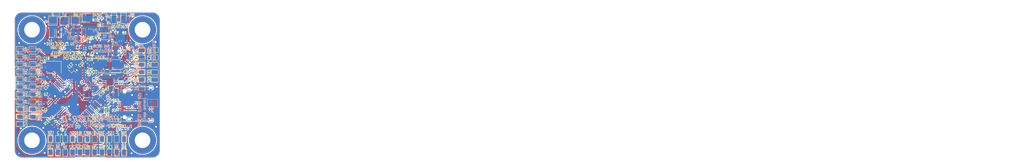
<source format=kicad_pcb>
(kicad_pcb (version 20221018) (generator pcbnew)
  (layers (0 "F.Cu" signal) (31 "B.Cu" signal) (34 "B.Paste" user) (35 "F.Paste" user) (36 "B.SilkS" user "B.Silkscreen") (37 "F.SilkS" user "F.Silkscreen") (38 "B.Mask" user) (39 "F.Mask" user) (44 "Edge.Cuts" user))
  (net 0 "")
  (net 1 "+BATT")
  (net 2 "GND")
  (net 3 "Net-(U1-SW)")
  (net 4 "Net-(U1-BST)")
  (net 5 "VCC")
  (net 6 "/4Vtp")
  (net 7 "Net-(U3-SW)")
  (net 8 "Net-(U3-BST)")
  (net 9 "Net-(JP3-A)")
  (net 10 "/GPIO PC0")
  (net 11 "/GPIO PC1")
  (net 12 "/HSE_IN")
  (net 13 "/HSE_OUT")
  (net 14 "+4V")
  (net 15 "+5V")
  (net 16 "VBUS")
  (net 17 "Net-(D3-K)")
  (net 18 "Net-(D4-K)")
  (net 19 "VDD")
  (net 20 "Net-(D5-K)")
  (net 21 "Net-(D6-K)")
  (net 22 "Net-(J1-CC1)")
  (net 23 "Net-(J1-D+-PadA6)")
  (net 24 "Net-(J1-D--PadA7)")
  (net 25 "+3V3")
  (net 26 "Net-(C25-Pad1)")
  (net 27 "/CAN1_RX")
  (net 28 "/I2C2_SCL")
  (net 29 "/I2C2_SDA")
  (net 30 "/I2C3_SCL")
  (net 31 "/I2C3_SDA")
  (net 32 "/USB_OTG_FS_DM")
  (net 33 "/USB_OTG_FS_DP")
  (net 34 "/UART4_TX")
  (net 35 "/UART4_RX")
  (net 36 "/UART5_TX")
  (net 37 "/UART5_RX")
  (net 38 "/USART6_TX")
  (net 39 "/USART6_RX")
  (net 40 "/USART1_TX")
  (net 41 "/USART1_RX")
  (net 42 "/USART2_TX")
  (net 43 "/USART2_RX")
  (net 44 "/USART3_TX")
  (net 45 "/USART3_RX")
  (net 46 "/SYS_JTMS_SWDIO")
  (net 47 "/SYS_JTMS_SWCLK")
  (net 48 "/CAN2_RX")
  (net 49 "/CAN2_TX")
  (net 50 "/SPI1_SCK")
  (net 51 "/SPI1_MISO")
  (net 52 "/SPI1_MOSI")
  (net 53 "/SPI1_CS1")
  (net 54 "/SPI1_CS2")
  (net 55 "/SPI2_SCK")
  (net 56 "/SPI2_MISO")
  (net 57 "/SPI2_MOSI")
  (net 58 "/SPI2_CS1")
  (net 59 "/SPI2_CS2")
  (net 60 "/GPIO PC2")
  (net 61 "/GPIO PC3")
  (net 62 "/GPIO PC13")
  (net 63 "/GPIO PC14")
  (net 64 "/GPIO PC15")
  (net 65 "/GPIO PB0")
  (net 66 "/GPIO PB1")
  (net 67 "/GPIO PB2")
  (net 68 "/GPIO PB3")
  (net 69 "/GPIO PB4")
  (net 70 "Net-(J1-SHIELD)")
  (net 71 "Net-(J1-CC2)")
  (net 72 "Net-(D1-K)")
  (net 73 "Net-(D2-K)")
  (net 74 "/GPIO PC4")
  (net 75 "Net-(JP5-B)")
  (net 76 "Net-(JP6-B)")
  (net 77 "Net-(D7-A)")
  (net 79 "Net-(U2-VCAP_2)")
  (net 80 "Net-(U2-VCAP_1)")
  (net 81 "Net-(U2-PB7)")
  (net 82 "Net-(U2-NRST)")
  (net 83 "Net-(U2-BOOT0)")
  (net 84 "/CAN1_TX")
  (net 85 "/CAN2_H")
  (net 87 "/CAN2_L")
  (footprint "MountingHole:MountingHole_4.3mm_M4_DIN965_Pad" (layer "F.Cu") (at 136.9 111.2)
    (fp_text reference "H4" hide)
    (fp_text value "MountingHole" hide)
  )
  (footprint "Resistor_SMD:R_0402_1005Metric" (layer "F.Cu") (at 160.425 104.25 90)
    (fp_text reference "R17")
    (fp_text value "5k1")
  )
  (footprint "Capacitor_SMD:C_0402_1005Metric" (layer "F.Cu") (at 141.7 94.3 -135)
    (fp_text reference "C20")
    (fp_text value "100n")
  )
  (footprint "ProjectLibrary:TestPoint_Pad_1.0x1.5mm" (layer "F.Cu") (at 152.165 110.85)
    (fp_text reference "TP17")
    (fp_text value "SPI2_MOSI")
  )
  (footprint "ProjectLibrary:TestPoint_Pad_1.0x1.5mm" (layer "F.Cu") (at 133.5 92.245 90)
    (fp_text reference "TP27")
    (fp_text value "UART4_TX")
  )
  (footprint "Package_TO_SOT_SMD:TSOT-23-6" (layer "F.Cu") (at 157.44 85.6 -90)
    (fp_text reference "U3")
    (fp_text value "AP63203WU")
  )
  (footprint "Capacitor_SMD:C_0402_1005Metric" (layer "F.Cu") (at 149.55 84.53)
    (fp_text reference "C2")
    (fp_text value "100n")
  )
  (footprint "ProjectLibrary:TestPoint_Pad_1.0x1.5mm" (layer "F.Cu") (at 137.06 96.38333 90)
    (fp_text reference "TP79")
    (fp_text value "G")
  )
  (footprint "ProjectLibrary:TestPoint_Pad_1.0x1.5mm" (layer "F.Cu") (at 162.3 114.63)
    (fp_text reference "TP21")
    (fp_text value "USART1_TX")
  )
  (footprint "ProjectLibrary:TestPoint_Pad_1.0x1.5mm" (layer "F.Cu") (at 146.084 110.85)
    (fp_text reference "TP75")
    (fp_text value "G")
  )
  (footprint "ProjectLibrary:TestPoint_Pad_1.0x1.5mm" (layer "F.Cu") (at 137.06 102.583328 -90)
    (fp_text reference "TP13")
    (fp_text value "SPI1 CS1")
  )
  (footprint "ProjectLibrary:TestPoint_Pad_1.0x1.5mm" (layer "F.Cu") (at 150.138 114.63)
    (fp_text reference "TP15")
    (fp_text value "SPI2_SCK")
  )
  (footprint "Capacitor_SMD:C_0603_1608Metric" (layer "F.Cu") (at 146.73 108.02 -45)
    (fp_text reference "C9")
    (fp_text value "10u")
  )
  (footprint "Button_Switch_SMD:SW_SPST_EVQPE1" (layer "F.Cu") (at 158.2 90.775)
    (fp_text reference "SW1")
    (fp_text value "SW_Push")
  )
  (footprint "ProjectLibrary:TestPoint_Pad_1.0x1.5mm" (layer "F.Cu") (at 137.05 86.1 90)
    (fp_text reference "TP76")
    (fp_text value "G")
  )
  (footprint "ProjectLibrary:TestPoint_Pad_1.0x1.5mm" (layer "F.Cu") (at 167.2 92.395 90)
    (fp_text reference "TP26")
    (fp_text value "USART3_RX")
  )
  (footprint "ProjectLibrary:TestPoint_Pad_1.0x1.5mm" (layer "F.Cu") (at 170.775 86.325 90)
    (fp_text reference "TP33")
    (fp_text value "CAN2_RX")
  )
  (footprint "LED_SMD:LED_0603_1608Metric" (layer "F.Cu") (at 156.77 77.57 -90)
    (fp_text reference "D4")
    (fp_text value "GREEN V5")
  )
  (footprint "ProjectLibrary:TestPoint_Pad_1.0x1.5mm" (layer "F.Cu") (at 148.111 110.85)
    (fp_text reference "TP19")
    (fp_text value "SPI2_CS1")
  )
  (footprint "ProjectLibrary:TestPoint_Pad_1.0x1.5mm" (layer "F.Cu") (at 170.775 92.39625 90)
    (fp_text reference "TP25")
    (fp_text value "USART3_TX")
  )
  (footprint "Capacitor_SMD:C_0805_2012Metric" (layer "F.Cu") (at 153.9 80.525 90)
    (fp_text reference "C4")
    (fp_text value "22u")
  )
  (footprint "ProjectLibrary:TestPoint_Pad_1.0x1.5mm" (layer "F.Cu") (at 144.057 114.63)
    (fp_text reference "TP101")
    (fp_text value "4V")
  )
  (footprint "Resistor_SMD:R_0402_1005Metric" (layer "F.Cu") (at 159.375 101.175)
    (fp_text reference "R15")
    (fp_text value "22")
  )
  (footprint "ProjectLibrary:TestPoint_Pad_1.0x1.5mm" (layer "F.Cu") (at 156.219 114.63)
    (fp_text reference "TP31")
    (fp_text value "USART6_TX")
  )
  (footprint "Inductor_SMD:L_0603_1608Metric" (layer "F.Cu") (at 151.575 83.75 90)
    (fp_text reference "L1")
    (fp_text value "4.7uH")
  )
  (footprint "Package_QFP:LQFP-64_10x10mm_P0.5mm" (layer "F.Cu") (at 148.510928 99.194734 -45)
    (fp_text reference "U2")
    (fp_text value "STM32F405RGTx")
  )
  (footprint "ProjectLibrary:U-DFN2020-2_DIO" (layer "F.Cu") (at 151.9 77.425)
    (fp_text reference "D10")
    (fp_text value "D26V0H1U2LP20-7")
  )
  (footprint "Capacitor_SMD:C_0402_1005Metric" (layer "F.Cu") (at 144.95 106.94 -135)
    (fp_text reference "C17")
    (fp_text value "2u2")
  )
  (footprint "Capacitor_SMD:C_0402_1005Metric" (layer "F.Cu") (at 142.225 95.2 45)
    (fp_text reference "C14")
    (fp_text value "100n")
  )
  (footprint "ProjectLibrary:TestPoint_Pad_1.0x1.5mm" (layer "F.Cu") (at 133.5 96.375 90)
    (fp_text reference "TP98")
    (fp_text value "4V")
  )
  (footprint "LED_SMD:LED_0603_1608Metric" (layer "F.Cu") (at 142.4 81.3 90)
    (fp_text reference "D1")
    (fp_text value "RED V5 Internal")
  )
  (footprint "ProjectLibrary:TestPoint_Pad_1.0x1.5mm" (layer "F.Cu") (at 158.246 110.85)
    (fp_text reference "TP38")
    (fp_text value "I2C3_SDA")
  )
  (footprint "ProjectLibrary:TestPoint_Pad_1.0x1.5mm" (layer "F.Cu") (at 144.057 110.85)
    (fp_text reference "TP71")
    (fp_text value "G")
  )
  (footprint "TestPoint:TestPoint_Pad_2.0x2.0mm" (layer "F.Cu") (at 148.925 78.25)
    (fp_text reference "TP1")
    (fp_text value "Bat")
  )
  (footprint "ProjectLibrary:4111spyglassrnd15" (layer "F.Cu") (at 148.243207 88.759425)
    (fp_text reference "G***" hide)
    (fp_text value "LOGO" hide)
  )
  (footprint "ProjectLibrary:TestPoint_Pad_1.0x1.5mm" (layer "F.Cu") (at 133.5 98.44 -90)
    (fp_text reference "TP23")
    (fp_text value "USART2_TX")
  )
  (footprint "Resistor_SMD:R_0402_1005Metric" (layer "F.Cu") (at 159.375 102.175)
    (fp_text reference "R14")
    (fp_text value "22")
  )
  (footprint "ProjectLibrary:TestPoint_Pad_1.0x1.5mm" (layer "F.Cu") (at 133.5 106.7 -90)
    (fp_text reference "TP14")
    (fp_text value "SPI1 CS2")
  )
  (footprint "ProjectLibrary:TestPoint_Pad_1.0x1.5mm" (layer "F.Cu") (at 167.2 86.35 90)
    (fp_text reference "TP34")
    (fp_text value "CAN2_TX")
  )
  (footprint "ProjectLibrary:TestPoint_Pad_1.0x1.5mm" (layer "F.Cu") (at 137.06 90.183332 90)
    (fp_text reference "TP77")
    (fp_text value "G")
  )
  (footprint "Capacitor_SMD:C_0805_2012Metric" (layer "F.Cu") (at 162.31 83.84 90)
    (fp_text reference "C8")
    (fp_text value "22u")
  )
  (footprint "Resistor_SMD:R_0402_1005Metric" (layer "F.Cu") (at 142.4 83.35)
    (fp_text reference "R1")
    (fp_text value "1k5")
  )
  (footprint "Connector_USB:USB_C_Receptacle_Amphenol_12401610E4-2A" (layer "F.Cu") (at 166.81 101.22 90)
    (fp_text reference "J1")
    (fp_text value "USB_C_Receptacle_USB2.0_14P")
  )
  (footprint "ProjectLibrary:TestPoint_Pad_1.0x1.5mm" (layer "F.Cu") (at 133.5 94.31 90)
    (fp_text reference "TP94")
    (fp_text value "4V")
  )
  (footprint "Capacitor_SMD:C_0402_1005Metric" (layer "F.Cu") (at 163.8 86.825 180)
    (fp_text reference "C25")
    (fp_text value "4n7")
  )
  (footprint "Capacitor_SMD:C_0402_1005Metric" (layer "F.Cu") (at 155.75 94.35 90)
    (fp_text reference "C23")
    (fp_text value "100n")
  )
  (footprint "Resistor_SMD:R_0402_1005Metric" (layer "F.Cu") (at 159.425 104.25 90)
    (fp_text reference "R16")
    (fp_text value "5k1")
  )
  (footprint "Resistor_SMD:R_0402_1005Metric" (layer "F.Cu") (at 155.3 106.5 135)
    (fp_text reference "R13")
    (fp_text value "4k7")
  )
  (footprint "ProjectLibrary:TestPoint_Pad_1.0x1.5mm" (layer "F.Cu") (at 154.192 114.63)
    (fp_text reference "TP95")
    (fp_text value "4V")
  )
  (footprint "Capacitor_SMD:C_0805_2012Metric" (layer "F.Cu") (at 151.85 80.475 90)
    (fp_text reference "C3")
    (fp_text value "22u")
  )
  (footprint "Capacitor_SMD:C_0805_2012Metric" (layer "F.Cu") (at 160.2 83.82 90)
    (fp_text reference "C7")
    (fp_text value "22u")
  )
  (footprint "Resistor_SMD:R_0402_1005Metric" (layer "F.Cu") (at 158.69 98.14 -90)
    (fp_text reference "R3")
    (fp_text value "1k5")
  )
  (footprint "Resistor_SMD:R_0402_1005Metric" (layer "F.Cu") (at 158.125 77.325 -90)
    (fp_text reference "R4")
    (fp_text value "1k5")
  )
  (footprint "ProjectLibrary:TestPoint_Pad_1.0x1.5mm" (layer "F.Cu") (at 170.775 90.3725 90)
    (fp_text reference "TP29")
    (fp_text value "UART5_TX")
  )
  (footprint "ProjectLibrary:TestPoint_Pad_1.0x1.5mm" (layer "F.Cu") (at 160.273 114.63)
    (fp_text reference "TP96")
    (fp_text value "4V")
  )
  (footprint "Resistor_SMD:R_0402_1005Metric" (layer "F.Cu") (at 164.3 84.7 180)
    (fp_text reference "R9")
    (fp_text value "60")
  )
  (footprint "ProjectLibrary:TestPoint_Pad_1.0x1.5mm" (layer "F.Cu") (at 150.138 110.85)
    (fp_text reference "TP80")
    (fp_text value "G")
  )
  (footprint "ProjectLibrary:TestPoint_Pad_1.0x1.5mm" (layer "F.Cu") (at 137.06 88.116666 90)
    (fp_text reference "TP74")
    (fp_text value "G")
  )
  (footprint "MountingHole:MountingHole_4.3mm_M4_DIN965_Pad" (layer "F.Cu") (at 136.9 80.7)
    (fp_text reference "H1" hide)
    (fp_text value "MountingHole" hide)
  )
  (footprint "MountingHole:MountingHole_4.3mm_M4_DIN965_Pad" (layer "F.Cu") (at 167.4 111.2)
    (fp_text reference "H3" hide)
    (fp_text value "MountingHole" hide)
  )
  (footprint "ProjectLibrary:TestPoint_Pad_1.0x1.5mm" (layer "F.Cu") (at 160.273 110.85)
    (fp_text reference "TP81")
    (fp_text value "G")
  )
  (footprint "ProjectLibrary:TestPoint_Pad_1.0x1.5mm" (layer "F.Cu") (at 137.06 100.516662 -90)
    (fp_text reference "TP70")
    (fp_text value "G")
  )
  (footprint "Capacitor_SMD:C_0402_1005Metric" (layer "F.Cu") (at 156.35 99.57 45)
    (fp_text reference "C10")
    (fp_text value "100n")
  )
  (footprint "Resistor_SMD:R_0402_1005Metric" (layer "F.Cu") (at 142.82 107.29 -135)
    (fp_text reference "R11")
    (fp_text value "4k7")
  )
  (footprint "TestPoint:TestPoint_Pad_2.0x2.0mm" (layer "F.Cu") (at 145.8 78.25)
    (fp_text reference "TP2")
    (fp_text value "Ext")
  )
  (footprint "ProjectLibrary:TestPoint_Pad_1.0x1.5mm" (layer "F.Cu") (at 170.775 94.42 90)
    (fp_text reference "TP39")
    (fp_text value "SYS_JTMS_SWDIO")
  )
  (footprint "Resistor_SMD:R_0402_1005Metric" (layer "F.Cu") (at 163.54 77.04 -90)
    (fp_text reference "R6")
    (fp_text value "560")
  )
  (footprint "ProjectLibrary:TestPoint_Pad_1.0x1.5mm" (layer "F.Cu") (at 133.5 102.57 -90)
    (fp_text reference "TP10")
    (fp_text value "SPI1_SCK")
  )
  (footprint "ProjectLibrary:TestPoint_Pad_1.0x1.5mm" (layer "F.Cu") (at 146.084 114.63)
    (fp_text reference "TP90")
    (fp_text value "4V")
  )
  (footprint "Capacitor_SMD:C_0402_1005Metric" (layer "F.Cu") (at 162.9 93.83 90)
    (fp_text reference "C21")
    (fp_text value "100p")
  )
  (footprint "Capacitor_SMD:C_0402_1005Metric" (layer "F.Cu") (at 164.175 95.325 180)
    (fp_text reference "C24")
    (fp_text value "100n")
  )
  (footprint "ProjectLibrary:TestPoint_Pad_1.0x1.5mm" (layer "F.Cu") (at 170.775 88.35 90)
    (fp_text reference "TP42" hide)
    (fp_text value "CAN2_L")
  )
  (footprint "ProjectLibrary:TestPoint_Pad_1.0x1.5mm" (layer "F.Cu") (at 167.2 94.41 90)
    (fp_text reference "TP40")
    (fp_text value "SYS_JTMS_SWCLK")
  )
  (footprint "ProjectLibrary:TestPoint_Pad_1.0x1.5mm" (layer "F.Cu") (at 137.06 94.316664 -90)
    (fp_text reference "TP78")
    (fp_text value "G")
  )
  (footprint "LED_SMD:LED_0603_1608Metric" (layer "F.Cu") (at 162.13 77.57 -90)
    (fp_text reference "D6")
    (fp_text value "GREEN V3")
  )
  (footprint "Capacitor_SMD:C_0402_1005Metric" (layer "F.Cu") (at 141.05 102.07 135)
    (fp_text reference "C13")
    (fp_text value "100n")
  )
  (footprint "Resistor_SMD:R_0402_1005Metric" (layer "F.Cu") (at 157.15 108.375 -45)
    (fp_text reference "R12")
    (fp_text value "4k7")
  )
  (footprint "Capacitor_SMD:C_0402_1005Metric" (layer "F.Cu") (at 156.32 101.61 45)
    (fp_text reference "C16")
    (fp_text value "2u2")
  )
  (footprint "LED_SMD:LED_0603_1608Metric" (layer "F.Cu") (at 159.5 77.57 -90)
    (fp_text reference "D5")
    (fp_text value "GREEN V4")
  )
  (footprint "Capacitor_SMD:C_0805_2012Metric" (layer "F.Cu") (at 146.35 82.075 -90)
    (fp_text reference "C1")
    (fp_text value "10u")
  )
  (footprint "LED_SMD:LED_0603_1608Metric" (layer "F.Cu") (at 160.04 98.2 -90)
    (fp_text reference "D3")
    (fp_text value "RED V5 USB")
  )
  (footprint "LED_SMD:LED_0603_1608Metric" (layer "F.Cu") (at 144.325 81.3 90)
    (fp_text reference "D2")
    (fp_text value "RED V5 External")
  )
  (footprint "ProjectLibrary:TestPoint_Pad_1.0x1.5mm" (layer "F.Cu") (at 142.03 114.63)
    (fp_text reference "TP35")
    (fp_text value "I2C2_SCL")
  )
  (footprint "ProjectLibrary:TestPoint_Pad_1.0x1.5mm" (layer "F.Cu") (at 142.03 110.85)
    (fp_text reference "TP36")
    (fp_text value "I2C2_SDA")
  )
  (footprint "Capacitor_SMD:C_0402_1005Metric" (layer "F.Cu") (at 151.21 90.95 45)
    (fp_text reference "C15")
    (fp_text value "100n")
  )
  (footprint "ProjectLibrary:TestPoint_Pad_1.0x1.5mm" (layer "F.Cu") (at 167.2 90.38 90)
    (fp_text reference "TP30")
    (fp_text value "UART5_RX")
  )
  (footprint "ProjectLibrary:TestPoint_Pad_1.0x1.5mm" (layer "F.Cu") (at 133.5 100.505 90)
    (fp_text reference "TP92")
    (fp_text value "4V")
  )
  (footprint "Capacitor_SMD:C_0402_1005Metric" (layer "F.Cu") (at 161.27 93.86 -90)
    (fp_text reference "C22")
    (fp_text value "100p")
  )
  (footprint "TestPoint:TestPoint_Pad_2.0x2.0mm" (layer "F.Cu") (at 142.68 78.25)
    (fp_text reference "TP3")
    (fp_text value "G")
  )
  (footprint "ProjectLibrary:TestPoint_Pad_1.0x1.5mm" (layer "F.Cu") (at 158.246 114.63)
    (fp_text reference "TP37")
    (fp_text value "I2C3_SCL")
  )
  (footprint "Resistor_SMD:R_0402_1005Metric" (layer "F.Cu") (at 156.875 104.85 -45)
    (fp_text reference "R7")
    (fp_text value "560")
  )
  (footprint "Diode_SMD:D_SOD-323" (layer "F.Cu") (at 157.1 82.6 180)
    (fp_text reference "D9")
    (fp_text value "BAT60A")
  )
  (footprint "Capacitor_SMD:C_0805_2012Metric" (layer "F.Cu") (at 154.675 85.25 -90)
    (fp_text reference "C5")
    (fp_text value "10u")
  )
  (footprint "Resistor_SMD:R_0402_1005Metric" (layer "F.Cu") (at 144.325 83.35 180)
    (fp_text reference "R2")
    (fp_text value "1k5")
  )
  (footprint "Capacitor_SMD:C_0402_1005Metric" (layer "F.Cu") (at 157.93 88.19)
    (fp_text reference "C6")
    (fp_text value "100n")
  )
  (footprint "Crystal:Crystal_SMD_3225-4Pin_3.2x2.5mm" (layer "F.Cu") (at 142.95 91.05 180)
    (fp_text reference "Y1")
    (fp_text value "8MHz")
  )
  (footprint "ProjectLibrary:TestPoint_Pad_1.0x1.5mm" (layer "F.Cu") (at 137.05 104.65 -90)
    (fp_text reference "TP11")
    (fp_text value "SPI1_MISO")
  )
  (footprint "LED_SMD:LED_0603_1608Metric" (layer "F.Cu") (at 159.4 106.025 180)
    (fp_text reference "D7")
    (fp_text value "YELLOW GPIO")
  )
  (footprint "ProjectLibrary:TestPoint_Pad_1.0x1.5mm" (layer "F.Cu") (at 154.192 110.85)
    (fp_text reference "TP82")
    (fp_text value "G")
  )
  (footprint "ProjectLibrary:TestPoint_Pad_1.0x1.5mm" (layer "F.Cu") (at 148.111 114.63)
    (fp_text reference "TP20")
    (fp_text value "SPI2_CS2")
  )
  (footprint "ProjectLibrary:TestPoint_Pad_1.0x1.5mm" (layer "F.Cu") (at 156.219 110.85)
    (fp_text reference "TP32")
    (fp_text value "USART6_RX")
  )
  (footprint "ProjectLibrary:TestPoint_Pad_1.0x1.5mm" (layer "F.Cu") (at 162.3 110.85)
    (fp_text reference "TP22")
    (fp_text value "USART1_RX")
  )
  (footprint "Resistor_SMD:R_0402_1005Metric" (layer "F.Cu") (at 142.07 106.57 -135)
    (fp_text reference "R10")
    (fp_text value "4k7")
  )
  (footprint "ProjectLibrary:TestPoint_Pad_1.0x1.5mm" (layer "F.Cu") (at 133.5 90.18 90)
    (fp_text reference "TP83")
    (fp_text value "4V")
  )
  (footprint "Capacitor_SMD:C_0402_1005Metric" (layer "F.Cu") (at 140.2 91.105 90)
    (fp_text reference "C19")
    (fp_text value "16p")
  )
  (footprint "ProjectLibrary:TestPoint_Pad_1.0x1.5mm" (layer "F.Cu") (at 137.06 98.449996 -90)
    (fp_text reference "TP24")
    (fp_text value "USART2_RX")
  )
  (footprint "ProjectLibrary:TestPoint_Pad_1.0x1.5mm" (layer "F.Cu") (at 167.2 88.365 90)
    (fp_text reference "TP41")
    (fp_text value "CAN2_H")
  )
  (footprint "Resistor_SMD:R_0402_1005Metric" (layer "F.Cu") (at 164.825 85.775)
    (fp_text reference "R8")
    (fp_text value "60")
  )
  (footprint "Package_DFN_QFN:DFN-8-1EP_3x3mm_P0.65mm_EP1.55x2.4mm" (layer "F.Cu") (at 158.4225 94.6275)
    (fp_text reference "U4")
    (fp_text value "TJA1051TK-3")
  )
  (footprint "Capacitor_SMD:C_0402_1005Metric" (layer "F.Cu") (at 148.07 106.91 -45)
    (fp_text reference "C11")
    (fp_text value "100n")
  )
  (footprint "ProjectLibrary:TestPoint_Pad_1.0x1.5mm" (layer "F.Cu") (at 137.06 92.249998 -90)
    (fp_text reference "TP28")
    (fp_text value "UART4_RX")
  )
  (footprint "Resistor_SMD:R_0402_1005Metric" (layer "F.Cu") (at 160.825 77.325 -90)
    (fp_text reference "R5")
    (fp_text value "1k5")
  )
  (footprint "Resistor_SMD:R_0402_1005Metric" (layer "F.Cu") (at 153.075 90.425 90)
    (fp_text reference "R18")
    (fp_text value "10k")
  )
  (footprint "MountingHole:MountingHole_4.3mm_M4_DIN965_Pad" (layer "F.Cu") (at 167.4 80.7)
    (fp_text reference "H2" hide)
    (fp_text value "MountingHole" hide)
  )
  (footprint "Inductor_SMD:L_0603_1608Metric" (layer "F.Cu") (at 159.93 87.13 90)
    (fp_text reference "L2")
    (fp_text value "4.7uH")
  )
  (footprint "Package_TO_SOT_SMD:TSOT-23-6" (layer "F.Cu") (at 149.075 81.9625 -90)
    (fp_text reference "U1")
    (fp_text value "AP63205WU")
  )
  (footprint "ProjectLibrary:TestPoint_Pad_1.0x1.5mm" (layer "F.Cu") (at 152.165 114.63)
    (fp_text reference "TP16")
    (fp_text value "SPI2_MISO")
  )
  (footprint "Capacitor_SMD:C_0402_1005Metric" (layer "F.Cu") (at 148.11 91.32 45)
    (fp_text reference "C12")
    (fp_text value "100n")
  )
  (footprint "Capacitor_SMD:C_0402_1005Metric" (layer "F.Cu") (at 142.925 88.725 180)
    (fp_text reference "C18")
    (fp_text value "16p")
  )
  (footprint "Diode_SMD:D_SOD-323" (layer "F.Cu") (at 157.1 80.65 180)
    (fp_text reference "D8")
    (fp_text value "BAT60A")
  )
  (footprint "ProjectLibrary:TestPoint_Pad_1.0x1.5mm" (layer "F.Cu") (at 133.525 86.05 90)
    (fp_text reference "TP97")
    (fp_text value "4V")
  )
  (footprint "ProjectLibrary:TestPoint_Pad_1.0x1.5mm" (layer "F.Cu") (at 133.5 104.635 90)
    (fp_text reference "TP12")
    (fp_text value "SPI1 MOSI")
  )
  (footprint "ProjectLibrary:TestPoint_Pad_1.0x1.5mm" (layer "F.Cu") (at 133.5 88.115 90)
    (fp_text reference "TP99")
    (fp_text value "4V")
  )
  (footprint "TestPoint:TestPoint_Pad_2.0x2.0mm" (layer "B.Cu") (at 142.715 77.9 180)
    (fp_text reference "TP7")
    (fp_text value "GND")
  )
  (footprint "ProjectLibrary:TestPoint_Pad_1.0x1.5mm" (layer "B.Cu") (at 167.18 90.2925 90)
    (fp_text reference "TP85")
    (fp_text value "3V3")
  )
  (footprint "ProjectLibrary:TestPoint_Pad_1.0x1.5mm" (layer "B.Cu") (at 148.066 114.31)
    (fp_text reference "TP18")
    (fp_text value "G")
  )
  (footprint "ProjectLibrary:TestPoint_Pad_1.0x1.5mm" (layer "B.Cu") (at 167.175 94.625 -90)
    (fp_text reference "TP102")
    (fp_text value "4V")
  )
  (footprint "ProjectLibrary:TestPoint_Pad_1.0x1.5mm" (layer "B.Cu") (at 133.925 100.805554 -90)
    (fp_text reference "TP8" hide)
    (fp_text value "G")
  )
  (footprint "ProjectLibrary:TestPoint_Pad_1.0x1.5mm" (layer "B.Cu") (at 162.262 114.31)
    (fp_text reference "TP114")
    (fp_text value "5V")
  )
  (footprint "ProjectLibrary:TestPoint_Pad_1.0x1.5mm" (layer "B.Cu") (at 133.925 102.827776 90)
    (fp_text reference "TP119")
    (fp_text value "5V")
  )
  (footprint "ProjectLibrary:TestPoint_Pad_1.0x1.5mm" (layer "B.Cu") (at 137.55 98.792856 -90)
    (fp_text reference "TP54")
    (fp_text value "GPIO PC4")
  )
  (footprint "ProjectLibrary:TestPoint_Pad_1.0x1.5mm" (layer "B.Cu") (at 137.55 100.81857 -90)
    (fp_text reference "TP55")
    (fp_text value "GPIO PC13")
  )
  (footprint "ProjectLibrary:TestPoint_Pad_1.0x1.5mm" (layer "B.Cu") (at 137.55 94.741428 -90)
    (fp_text reference "TP52")
    (fp_text value "GPIO PC2")
  )
  (footprint "ProjectLibrary:TestPoint_Pad_1.0x1.5mm" (layer "B.Cu") (at 137.55 102.844284 -90)
    (fp_text reference "TP56")
    (fp_text value "GPIO PC14")
  )
  (footprint "ProjectLibrary:TestPoint_Pad_1.0x1.5mm" (layer "B.Cu") (at 152.122 114.31 180)
    (fp_text reference "TP44")
    (fp_text value "G")
  )
  (footprint "ProjectLibrary:TestPoint_Pad_1.0x1.5mm" (layer "B.Cu") (at 133.925 88.672222 -90)
    (fp_text reference "TP111")
    (fp_text value "5V")
  )
  (footprint "ProjectLibrary:TestPoint_Pad_1.0x1.5mm" (layer "B.Cu") (at 141.982 114.31)
    (fp_text reference "TP116")
    (fp_text value "5V")
  )
  (footprint "Jumper:SolderJumper-2_P1.3mm_Bridged_Pad1.0x1.5mm" (layer "B.Cu") (at 167 87.15 90)
    (fp_text reference "JP6")
    (fp_text value "Jumper CAN2 Termination")
  )
  (footprint "ProjectLibrary:TestPoint_Pad_1.0x1.5mm" (layer "B.Cu") (at 170.78 90.3025 -90)
    (fp_text reference "TP58")
    (fp_text value "G")
  )
  (footprint "ProjectLibrary:TestPoint_Pad_1.0x1.5mm" (layer "B.Cu") (at 133.925 104.849998 90)
    (fp_text reference "TP117")
    (fp_text value "5V")
  )
  (footprint "ProjectLibrary:TestPoint_Pad_1.0x1.5mm" (layer "B.Cu") (at 154.192 110.85 180)
    (fp_text reference "TP63")
    (fp_text value "GPIO PB3")
  )
  (footprint "ProjectLibrary:TestPoint_Pad_1.0x1.5mm" (layer "B.Cu") (at 133.925 98.783332 -90)
    (fp_text reference "TP45")
    (fp_text value "G")
  )
  (footprint "ProjectLibrary:TestPoint_Pad_1.0x1.5mm" (layer "B.Cu") (at 160.234 114.31)
    (fp_text reference "TP121")
    (fp_text value "5V")
  )
  (footprint "ProjectLibrary:TestPoint_Pad_1.0x1.5mm" (layer "B.Cu") (at 137.55 92.715714 -90)
    (fp_text reference "TP51")
    (fp_text value "GPIO PC1")
  )
  (footprint "ProjectLibrary:TestPoint_Pad_1.0x1.5mm" (layer "B.Cu") (at 137.55 104.869998 -90)
    (fp_text reference "TP57")
    (fp_text value "GPIO PC15")
  )
  (footprint "ProjectLibrary:TestPoint_Pad_1.0x1.5mm" (layer "B.Cu") (at 137.55 96.767142 -90)
    (fp_text reference "TP53")
    (fp_text value "GPIO PC3")
  )
  (footprint "TestPoint:TestPoint_Pad_2.0x2.0mm" (layer "B.Cu") (at 148.525 77.9 180)
    (fp_text reference "TP4")
    (fp_text value "5V")
  )
  (footprint "ProjectLibrary:TestPoint_Pad_1.0x1.5mm" (layer "B.Cu") (at 148.111 110.85 180)
    (fp_text reference "TP60")
    (fp_text value "GPIO PB0")
  )
  (footprint "ProjectLibrary:TestPoint_Pad_1.0x1.5mm" (layer "B.Cu") (at 156.219 110.85 180)
    (fp_text reference "TP64")
    (fp_text value "GPIO PB4")
  )
  (footprint "ProjectLibrary:TestPoint_Pad_1.0x1.5mm" (layer "B.Cu") (at 162.3 110.85)
    (fp_text reference "TP115")
    (fp_text value "5V")
  )
  (footprint "ProjectLibrary:TestPoint_Pad_1.0x1.5mm" (layer "B.Cu") (at 152.165 110.85 180)
    (fp_text reference "TP62")
    (fp_text value "GPIO PB2")
  )
  (footprint "Jumper:SolderJumper-2_P1.3mm_Bridged_Pad1.0x1.5mm" (layer "B.Cu") (at 159.92 86.51 -90)
    (fp_text reference "JP3")
    (fp_text value "Jumper 3V")
  )
  (footprint "Jumper:SolderJumper-2_P1.3mm_Bridged_Pad1.0x1.5mm" (layer "B.Cu") (at 156.775 80.775 180)
    (fp_text reference "JP2")
    (fp_text value "Jumper 4V")
  )
  (footprint "ProjectLibrary:TestPoint_Pad_1.0x1.5mm" (layer "B.Cu") (at 133.925 90.694444 -90)
    (fp_text reference "TP47")
    (fp_text value "G")
  )
  (footprint "ProjectLibrary:TestPoint_Pad_1.0x1.5mm" (layer "B.Cu") (at 137.55 88.675 90)
    (fp_text reference "TP118")
    (fp_text value "5V")
  )
  (footprint "ProjectLibrary:TestPoint_Pad_1.0x1.5mm" (layer "B.Cu") (at 156.178 114.31 180)
    (fp_text reference "TP48")
    (fp_text value "G")
  )
  (footprint "ProjectLibrary:TestPoint_Pad_1.0x1.5mm" (layer "B.Cu") (at 137.55 90.69 -90)
    (fp_text reference "TP50")
    (fp_text value "GPIO PC0")
  )
  (footprint "ProjectLibrary:TestPoint_Pad_1.0x1.5mm" (layer "B.Cu") (at 133.925 92.716666 -90)
    (fp_text reference "TP65")
    (fp_text value "G")
  )
  (footprint "ProjectLibrary:TestPoint_Pad_1.0x1.5mm" (layer "B.Cu") (at 144.01 114.31)
    (fp_text reference "TP112")
    (fp_text value "5V")
  )
  (footprint "ProjectLibrary:TestPoint_Pad_1.0x1.5mm" (layer "B.Cu") (at 170.775 94.625 -90)
    (fp_text reference "TP73")
    (fp_text value "G")
  )
  (footprint "ProjectLibrary:TestPoint_Pad_1.0x1.5mm" (layer "B.Cu") (at 150.138 110.85 180)
    (fp_text reference "TP61" hide)
    (fp_text value "GPIO PB1")
  )
  (footprint "ProjectLibrary:TestPoint_Pad_1.0x1.5mm" (layer "B.Cu") (at 133.925 86.65 -90)
    (fp_text reference "TP113")
    (fp_text value "5V")
  )
  (footprint "ProjectLibrary:TestPoint_Pad_1.0x1.5mm" (layer "B.Cu") (at 150.094 114.31 180)
    (fp_text reference "TP43")
    (fp_text value "G")
  )
  (footprint "ProjectLibrary:TestPoint_Pad_1.0x1.5mm" (layer "B.Cu") (at 167.18 92.46 -90)
    (fp_text reference "TP66")
    (fp_text value "3V3")
  )
  (footprint "ProjectLibrary:TestPoint_Pad_1.0x1.5mm" (layer "B.Cu") (at 167.175 96.8 -90)
    (fp_text reference "TP103")
    (fp_text value "4V")
  )
  (footprint "ProjectLibrary:TestPoint_Pad_1.0x1.5mm" (layer "B.Cu") (at 170.78 92.48 -90)
    (fp_text reference "TP9")
    (fp_text value "G")
  )
  (footprint "TestPoint:TestPoint_Pad_2.0x2.0mm" (layer "B.Cu") (at 159.45 77.9 180)
    (fp_text reference "TP5")
    (fp_text value "4V")
  )
  (footprint "ProjectLibrary:TestPoint_Pad_1.0x1.5mm" (layer "B.Cu") (at 142.03 110.85)
    (fp_text reference "TP120")
    (fp_text value "5V")
  )
  (footprint "ProjectLibrary:TestPoint_Pad_1.0x1.5mm" (layer "B.Cu") (at 154.15 114.31 180)
    (fp_text reference "TP49")
    (fp_text value "G")
  )
  (footprint "ProjectLibrary:4111spyglassrnd" (layer "B.Cu") (at 152.884013 107.179445 180)
    (fp_text reference "G***" hide)
    (fp_text value "LOGO" hide)
  )
  (footprint "Jumper:SolderJumper-3_P1.3mm_Open_Pad1.0x1.5mm" (layer "B.Cu") (at 149.64 81.4125)
    (fp_text reference "JP1")
    (fp_text value "5V Intern/Extern")
  )
  (footprint "ProjectLibrary:TestPoint_Pad_1.0x1.5mm" (layer "B.Cu") (at 133.925 94.738888 -90)
    (fp_text reference "TP59")
    (fp_text value "G")
  )
  (footprint "ProjectLibrary:TestPoint_Pad_1.0x1.5mm" (layer "B.Cu") (at 137.55 86.65 -90)
    (fp_text reference "TP110")
    (fp_text value "5V")
  )
  (footprint "ProjectLibrary:TestPoint_Pad_1.0x1.5mm" (layer "B.Cu") (at 133.925 96.76111 -90)
    (fp_text reference "TP46")
    (fp_text value "G")
  )
  (footprint "Jumper:SolderJumper-2_P1.3mm_Bridged_Pad1.0x1.5mm" (layer "B.Cu") (at 163.975 87.775 90)
    (fp_text reference "JP5")
    (fp_text value "Jumper CAN2 Termination")
  )
  (footprint "TestPoint:TestPoint_Pad_2.0x2.0mm" (layer "B.Cu") (at 162.5 77.9 180)
    (fp_text reference "TP6")
    (fp_text value "3V3")
  )
  (footprint "Jumper:SolderJumper-2_P1.3mm_Open_Pad1.0x1.5mm" (layer "B.Cu") (at 170.14 100.88 180)
    (fp_text reference "JP4")
    (fp_text value "USB SHLD GND")
  )
  (gr_circle (center 150.61 79.61) (end 150.81 79.61) (stroke (width 0.15)) (fill solid) (layer "F.SilkS"))
  (gr_circle (center 159.075 83.425) (end 159.275 83.425) (stroke (width 0.15)) (fill solid) (layer "F.SilkS"))
  (gr_line (start 155.475 104.175) (end 156 104.175) (stroke (width 0.15)) (layer "F.SilkS"))
  (gr_line (start 164.85 87.4) (end 166.075 86.5) (stroke (width 0.15)) (layer "F.SilkS"))
  (gr_line (start 157.95 101.76) (end 158.27 101.44) (stroke (width 0.15)) (layer "F.SilkS"))
  (gr_circle (center 149.275 91.875) (end 149.475 91.875) (stroke (width 0.15)) (fill solid) (layer "F.SilkS"))
  (gr_line (start 157.125 104.2) (end 158.8 104.2) (stroke (width 0.15)) (layer "F.SilkS"))
  (gr_arc (start 170.15 75.95) (mid 171.564214 76.535786) (end 172.15 77.95) (stroke (width 0.1)) (layer "Edge.Cuts"))
  (gr_line (start 132.15 113.95) (end 132.15 77.95) (stroke (width 0.1)) (layer "Edge.Cuts"))
  (gr_arc (start 134.15 115.95) (mid 132.735786 115.364214) (end 132.15 113.95) (stroke (width 0.1)) (layer "Edge.Cuts"))
  (gr_line (start 170.15 115.95) (end 134.15 115.95) (stroke (width 0.1)) (layer "Edge.Cuts"))
  (gr_line (start 134.15 75.95) (end 170.15 75.95) (stroke (width 0.1)) (layer "Edge.Cuts"))
  (gr_line (start 172.15 77.95) (end 172.15 113.95) (stroke (width 0.1)) (layer "Edge.Cuts"))
  (gr_arc (start 172.15 113.95) (mid 171.564214 115.364214) (end 170.15 115.95) (stroke (width 0.1)) (layer "Edge.Cuts"))
  (gr_arc (start 132.15 77.95) (mid 132.735786 76.535786) (end 134.15 75.95) (stroke (width 0.1)) (layer "Edge.Cuts"))
  (gr_text "PB0\n" (at 148.811 109.9) (layer "B.SilkS") (effects (font (size 1 0.5) (thickness 0.125) bold) (justify left bottom mirror)))
  (gr_text "5V" (at 160.82 113.32) (layer "B.SilkS") (effects (font (size 1 0.6) (thickness 0.15) bold) (justify left bottom mirror)))
  (gr_text "G" (at 169.8 94.225 90) (layer "B.SilkS") (effects (font (size 1 0.6) (thickness 0.15) bold) (justify left bottom mirror)))
  (gr_text "G" (at 134.92 97.28 270) (layer "B.SilkS") (effects (font (size 1 0.6) (thickness 0.15) bold) (justify left bottom mirror)))
  (gr_text "G" (at 134.92 99.33 270) (layer "B.SilkS") (effects (font (size 1 0.6) (thickness 0.15) bold) (justify left bottom mirror)))
  (gr_text "G" (at 150.46 113.32) (layer "B.SilkS") (effects (font (size 1 0.6) (thickness 0.15) bold) (justify left bottom mirror)))
  (gr_text "G" (at 169.8 92.1 90) (layer "B.SilkS") (effects (font (size 1 0.6) (thickness 0.15) bold) (justify left bottom mirror)))
  (gr_text "4V" (at 158.15 77.275) (layer "B.SilkS") (effects (font (size 0.8 0.6) (thickness 0.15) bold) (justify left bottom mirror)))
  (gr_text "PCF405CAN\n" (at 161.04 107.7) (layer "B.SilkS") (effects (font (size 1 1)) (justify left bottom mirror)))
  (gr_text "5V" (at 138.6 89.35 270) (layer "B.SilkS") (effects (font (size 1 0.6) (thickness 0.15) bold) (justify left bottom mirror)))
  (gr_text "G" (at 148.46 113.32) (layer "B.SilkS") (effects (font (size 1 0.6) (thickness 0.15) bold) (justify left bottom mirror)))
  (gr_text "5V" (at 162.93 109.85) (layer "B.SilkS") (effects (font (size 1 0.6) (thickness 0.15) bold) (justify left bottom mirror)))
  (gr_text "5V" (at 134.92 103.56 270) (layer "B.SilkS") (effects (font (size 1 0.6) (thickness 0.15) bold) (justify left bottom mirror)))
  (gr_text "4V" (at 166.175 93.975 90) (layer "B.SilkS") (effects (font (size 1 0.6) (thickness 0.15) bold) (justify left bottom mirror)))
  (gr_text "TO 5V" (at 151.025 84.525) (layer "B.SilkS") (effects (font (size 0.8 0.6) (thickness 0.15) bold) (justify left bottom mirror)))
  (gr_text "PC15" (at 138.525 105.875 270) (layer "B.SilkS") (effects (font (size 1 0.5) (thickness 0.125) bold) (justify left bottom mirror)))
  (gr_text "G" (at 134.92 95.27 270) (layer "B.SilkS") (effects (font (size 1 0.6) (thickness 0.15) bold) (justify left bottom mirror)))
  (gr_text "5V" (at 134.92 105.39 270) (layer "B.SilkS") (effects (font (size 1 0.6) (thickness 0.15) bold) (justify left bottom mirror)))
  (gr_text "VBAT" (at 152.275 83.5) (layer "B.SilkS") (effects (font (size 0.8 0.6) (thickness 0.15) bold) (justify left bottom mirror)))
  (gr_text "PB3\n" (at 154.892 109.9) (layer "B.SilkS") (effects (font (size 1 0.5) (thickness 0.125) bold) (justify left bottom mirror)))
  (gr_text "PB2\n" (at 152.865 109.9) (layer "B.SilkS") (effects (font (size 1 0.5) (thickness 0.125) bold) (justify left bottom mirror)))
  (gr_text "USB SHIELD TO GND\n(normal open)" (at 168.35 102.675 90) (layer "B.SilkS") (effects (font (size 0.8 0.6)) (justify bottom mirror)))
  (gr_text "3V3" (at 166.175 89.45 90) (layer "B.SilkS") (effects (font (size 1 0.6) (thickness 0.15) bold) (justify left bottom mirror)))
  (gr_text "PC13" (at 138.525 101.75 270) (layer "B.SilkS") (effects (font (size 1 0.5) (thickness 0.125) bold) (justify left bottom mirror)))
  (gr_text "G" (at 134.92 93.25 270) (layer "B.SilkS") (effects (font (size 1 0.6) (thickness 0.15) bold) (justify left bottom mirror)))
  (gr_text "5V" (at 142.5 113.18) (layer "B.SilkS") (effects (font (size 1 0.6) (thickness 0.15) bold) (justify left bottom mirror)))
  (gr_text "PC4" (at 138.525 99.625 270) (layer "B.SilkS") (effects (font (size 1 0.5) (thickness 0.125) bold) (justify left bottom mirror)))
  (gr_text "G" (at 134.92 91.15 270) (layer "B.SilkS") (effects (font (size 1 0.6) (thickness 0.15) bold) (justify left bottom mirror)))
  (gr_text "4V" (at 166.125 96.3 90) (layer "B.SilkS") (effects (font (size 1 0.6) (thickness 0.15) bold) (justify left bottom mirror)))
  (gr_text "5V" (at 151.075 77.275) (layer "B.SilkS") (effects (font (size 0.8 0.6) (thickness 0.15) bold) (justify left bottom mirror)))
  (gr_text "5V" (at 162.9 113.3) (layer "B.SilkS") (effects (font (size 1 0.6) (thickness 0.15) bold) (justify left bottom mirror)))
  (gr_text "5V" (at 142.57 109.71) (layer "B.SilkS") (effects (font (size 1 0.6) (thickness 0.15) bold) (justify left bottom mirror)))
  (gr_text "G" (at 156.67 113.32) (layer "B.SilkS") (effects (font (size 1 0.6) (thickness 0.15) bold) (justify left bottom mirror)))
  (gr_text "3V3 FROM\nREGULATOR" (at 156.175 87.075) (layer "B.SilkS") (effects (font (size 0.8 0.6)) (justify bottom mirror)))
  (gr_text "PC3" (at 138.525 97.525 270) (layer "B.SilkS") (effects (font (size 1 0.5) (thickness 0.125) bold) (justify left bottom mirror)))
  (gr_text "G" (at 144.75 77.275) (layer "B.SilkS") (effects (font (size 0.8 0.6) (thickness 0.15) bold) (justify left bottom mirror)))
  (gr_text "4V5 TO 3V3" (at 156.975 83.075) (layer "B.SilkS") (effects (font (size 0.8 0.6)) (justify bottom mirror)))
  (gr_text "5V" (at 134.92 89.38 270) (layer "B.SilkS") (effects (font (size 1 0.6) (thickness 0.15) bold) (justify left bottom mirror)))
  (gr_text "CAN2\nTERMINATION" (at 171.125 86.475 90) (layer "B.SilkS") (effects (font (size 0.8 0.6)) (justify bottom mirror)))
  (gr_text "5V" (at 144.63 113.22) (layer "B.SilkS") (effects (font (size 1 0.6) (thickness 0.15) bold) (justify left bottom mirror)))
  (gr_text "3V3" (at 165.5 77.275) (layer "B.SilkS") (effects (font (size 0.8 0.6) (thickness 0.15) bold) (justify left bottom mirror)))
  (gr_text "V5EXT\n" (at 149.35 83.525) (layer "B.SilkS") (effects (font (size 0.8 0.6) (thickness 0.15) bold) (justify left bottom mirror)))
  (gr_text "PB4\n" (at 156.919 109.9) (layer "B.SilkS") (effects (font (size 1 0.5) (thickness 0.125) bold) (justify left bottom mirror)))
  (gr_text "PC2" (at 138.525 95.55 270) (layer "B.SilkS") (effects (font (size 1 0.5) (thickness 0.125) bold) (justify left bottom mirror)))
  (gr_text "3V3" (at 166.175 91.575 90) (layer "B.SilkS") (effects (font (size 1 0.6) (thickness 0.15) bold) (justify left bottom mirror)))
  (gr_text "G" (at 152.5 113.34) (layer "B.SilkS") (effects (font (size 1 0.6) (thickness 0.15) bold) (justify left bottom mirror)))
  (gr_text "G" (at 154.25 113.34) (layer "B.SilkS") (effects (font (size 1 0.6) (thickness 0.15) bold) (justify left bottom mirror)))
  (gr_text "PC1" (at 138.55 93.65 270) (layer "B.SilkS") (effects (font (size 1 0.6) (thickness 0.15) bold) (justify left bottom mirror)))
  (gr_text "G" (at 169.78 90.1 90) (layer "B.SilkS") (effects (font (size 1 0.6) (thickness 0.15) bold) (justify left bottom mirror)))
  (gr_text "5V" (at 134.92 87.26 270) (layer "B.SilkS") (effects (font (size 1 0.6) (thickness 0.15) bold) (justify left bottom mirror)))
  (gr_text "PB1\n" (at 150.838 109.9) (layer "B.SilkS") (effects (font (size 1 0.5) (thickness 0.125) bold) (justify left bottom mirror)))
  (gr_text "PC0" (at 138.55 91.65 270) (layer "B.SilkS") (effects (font (size 1 0.6) (thickness 0.15) bold) (justify left bottom mirror)))
  (gr_text "5V" (at 138.6 87.25 270) (layer "B.SilkS") (effects (font (size 1 0.6) (thickness 0.15) bold) (justify left bottom mirror)))
  (gr_text "PC14" (at 138.525 103.85 270) (layer "B.SilkS") (effects (font (size 1 0.5) (thickness 0.125) bold) (justify left bottom mirror)))
  (gr_text "mgi 0324" (at 150.49 107.66) (layer "B.SilkS") (effects (font (size 0.8 0.6)) (justify left bottom mirror)))
  (gr_text "G" (at 134.92 101.275 270) (layer "B.SilkS") (effects (font (size 1 0.6) (thickness 0.15) bold) (justify left bottom mirror)))
  (gr_text "RX1" (at 161.325 109.875) (layer "F.SilkS") (effects (font (size 1 0.6) (thickness 0.15) bold) (justify left bottom)))
  (gr_text "G" (at 145.725 109.875) (layer "F.SilkS") (effects (font (size 1 0.6) (thickness 0.15) bold) (justify left bottom)))
  (gr_text "G" (at 138.05 90.175 -90) (layer "F.SilkS") (effects (font (size 1 0.6) (thickness 0.15) bold) (justify left bottom)))
  (gr_text "C1R\n" (at 169.8 87.35 90) (layer "F.SilkS") (effects (font (size 1 0.5) (thickness 0.125) bold) (justify left bottom)))
  (gr_text "GPIOPB7" (at 158.875 107.825) (layer "F.SilkS") (effects (font (size 0.8 0.6)) (justify left bottom)))
  (gr_text "3V" (at 162.375 80.36875) (layer "F.SilkS") (effects (font (size 0.8 0.6)) (justify left bottom)))
  (gr_text "TX2" (at 134.475 97.5 270) (layer "F.SilkS") (effects (font (size 1 0.6) (thickness 0.15) bold) (justify left bottom)))
  (gr_text "TX6" (at 155.325 113.65) (layer "F.SilkS") (effects (font (size 1 0.6) (thickness 0.15) bold) (justify left bottom)))
  (gr_text "4V" (at 159.95 80.36875) (layer "F.SilkS") (effects (font (size 0.8 0.6)) (justify left bottom)))
  (gr_text "TX5" (at 169.8 91.3 90) (layer "F.SilkS") (effects (font (size 1 0.6) (thickness 0.15) bold) (justify left bottom)))
  (gr_text "G" (at 138.075 87.7 -90) (layer "F.SilkS") (effects (font (size 1 0.6) (thickness 0.15) bold) (justify left bottom)))
  (gr_text "S1MO" (at 134.475 103.48 270) (layer "F.SilkS") (effects (font (size 1 0.5) (thickness 0.125) bold) (justify left bottom)))
  (gr_text "4V" (at 134.475 95.725 270) (layer "F.SilkS") (effects (font (size 1 0.6) (thickness 0.15) bold) (justify left bottom)))
  (gr_text "TX1" (at 161.4 113.65) (layer "F.SilkS") (effects (font (size 1 0.6) (thickness 0.15) bold) (justify left bottom)))
  (gr_text "S1CK" (at 134.475 101.475 270) (layer "F.SilkS") (effects (font (size 1 0.5) (thickness 0.125) bold) (justify left bottom)))
  (gr_text "RX4" (at 138.05 91.375 270) (layer "F.SilkS") (effects (font (size 1 0.6) (thickness 0.15) bold) (justify left bottom)))
  (gr_text "S2CK" (at 149.075 113.675) (layer "F.SilkS") (effects (font (size 1 0.5) (thickness 0.125) bold) (justify left bottom)))
  (gr_text "G" (at 138.05 100.15 -90) (layer "F.SilkS") (effects (font (size 1 0.6) (thickness 0.15) bold) (justify left bottom)))
  (gr_text "4V" (at 134.475 99.9 270) (layer "F.SilkS") (effects (font (size 1 0.6) (thickness 0.15) bold) (justify left bottom)))
  (gr_text "4V" (at 134.475 93.6 270) (layer "F.SilkS") (effects (font (size 1 0.6) (thickness 0.15) bold) (justify left bottom)))
  (gr_text "S2MO" (at 151.1 109.875) (layer "F.SilkS") (effects (font (size 1 0.5) (thickness 0.125) bold) (justify left bottom)))
  (gr_text "SWD" (at 169.8 95.4 90) (layer "F.SilkS") (effects (font (size 1 0.6) (thickness 0.15) bold) (justify left bottom)))
  (gr_text "TX3" (at 169.8 93.4 90) (layer "F.SilkS") (effects (font (size 1 0.6) (thickness 0.15) bold) (justify left bottom)))
  (gr_text "S2MI" (at 151.175 113.675) (layer "F.SilkS") (effects (font (size 1 0.5) (thickness 0.125) bold) (justify left bottom)))
  (gr_text "VBAT\n" (at 141.85 86.1) (layer "F.SilkS") (effects (font (size 0.8 0.6)) (justify left bottom)))
  (gr_text "4V" (at 134.475 87.5 270) (layer "F.SilkS") (effects (font (size 1 0.6) (thickness 0.15) bold) (justify left bottom)))
  (gr_text "C2L" (at 169.8 89.275 90) (layer "F.SilkS") (effects (font (size 1 0.6) (thickness 0.15) bold) (justify left bottom)))
  (gr_text "TX4" (at 134.475 91.375 270) (layer "F.SilkS") (effects (font (size 1 0.6) (thickness 0.15) bold) (justify left bottom)))
  (gr_text "G" (at 160.3 109.875) (layer "F.SilkS") (effects (font (size 1 0.6) (thickness 0.15) bold) (justify left bottom)))
  (gr_text "VUSB" (at 158.55 100.7) (layer "F.SilkS") (effects (font (size 0.8 0.6)) (justify left bottom)))
  (gr_text "4V" (at 145.384 113.65) (layer "F.SilkS") (effects (font (size 1 0.6) (thickness 0.15) bold) (justify left bottom)))
  (gr_text "RX6" (at 155 109.85) (layer "F.SilkS") (effects (font (size 1 0.6) (thickness 0.15) bold) (justify left bottom)))
  (gr_text "C1T" (at 164.875 88.8 90) (layer "F.SilkS") (effects (font (size 1 0.5) (thickness 0.125) bold) (justify left bottom)))
  (gr_text "S1S2" (at 134.475 105.575 270) (layer "F.SilkS") (effects (font (size 1 0.5) (thickness 0.125) bold) (justify left bottom)))
  (gr_text "4V" (at 134.525 85.4 270) (layer "F.SilkS") (effects (font (size 1 0.6) (thickness 0.15) bold) (justify left bottom)))
  (gr_text "4V" (at 143.357 113.65) (layer "F.SilkS") (effects (font (size 1 0.6) (thickness 0.15) bold) (justify left bottom)))
  (gr_text "G" (at 149.75 109.875) (layer "F.SilkS") (effects (font (size 1 0.6) (thickness 0.15) bold) (justify left bottom)))
  (gr_text "4V" (at 159.573 113.65) (layer "F.SilkS") (effects (font (size 1 0.6) (thickness 0.15) bold) (justify left bottom)))
  (gr_text "S1S1" (at 138.025 101.725 270) (layer "F.SilkS") (effects (font (size 1 0.5) (thickness 0.125) bold) (justify left bottom)))
  (gr_text "RX2" (at 138.05 97.525 270) (layer "F.SilkS") (effects (font (size 1 0.6) (thickness 0.15) bold) (justify left bottom)))
  (gr_text "S2S2" (at 147.075 113.675) (layer "F.SilkS") (effects (font (size 1 0.5) (thickness 0.125) bold) (justify left bottom)))
  (gr_text "SWC" (at 166.2 95.425 90) (layer "F.SilkS") (effects (font (size 1 0.6) (thickness 0.15) bold) (justify left bottom)))
  (gr_text "S2S1\n" (at 147.625 109.875) (layer "F.SilkS") (effects (font (size 1 0.5) (thickness 0.125) bold) (justify left bottom)))
  (gr_text "ISD2" (at 141.15 109.875) (layer "F.SilkS") (effects (font (size 1 0.5) (thickness 0.125) bold) (justify left bottom)))
  (gr_text "4V" (at 134.475 89.55 270) (layer "F.SilkS") (effects (font (size 1 0.6) (thickness 0.15) bold) (justify left bottom)))
  (gr_text "VEXT\n" (at 144.075 86.1) (layer "F.SilkS") (effects (font (size 0.8 0.6)) (justify left bottom)))
  (gr_text "G" (at 153.8 109.85) (layer "F.SilkS") (effects (font (size 1 0.6) (thickness 0.15) bold) (justify left bottom)))
  (gr_text "ISD3" (at 157.775 109.875) (layer "F.SilkS") (effects (font (size 1 0.5) (thickness 0.125) bold) (justify left bottom)))
  (gr_text "G" (at 138.05 93.95 -90) (layer "F.SilkS") (effects (font (size 1 0.6) (thickness 0.15) bold) (justify left bottom)))
  (gr_text "G" (at 138.05 95.975 -90) (layer "F.SilkS") (effects (font (size 1 0.6) (thickness 0.15) bold) (justify left bottom)))
  (gr_text "BOOT\n" (at 151.71 93) (layer "F.SilkS") (effects (font (size 1 0.8) (thickness 0.2) bold) (justify left bottom)))
  (gr_text "C2H\n" (at 166.225 89.375 90) (layer "F.SilkS") (effects (font (size 1 0.6) (thickness 0.15) bold) (justify left bottom)))
  (gr_text "ISC3" (at 157.325 113.65) (layer "F.SilkS") (effects (font (size 1 0.5) (thickness 0.125) bold) (justify left bottom)))
  (gr_text "G" (at 138.05 85.65 -90) (layer "F.SilkS") (effects (font (size 1 0.6) (thickness 0.15) bold) (justify left bottom)))
  (gr_text "5V" (at 154.725 77.125) (layer "F.SilkS") (effects (font (size 0.8 0.6)) (justify left bottom)))
  (gr_text "ISC2" (at 141.075 113.675) (layer "F.SilkS") (effects (font (size 1 0.5) (thickness 0.125) bold) (justify left bottom)))
  (gr_text "G" (at 143.675 109.875) (layer "F.SilkS") (effects (font (size 1 0.6) (thickness 0.15) bold) (justify left bottom)))
  (gr_text "S1MI" (at 138.05 104 270) (layer "F.SilkS") (effects (font (size 1 0.5) (thickness 0.125) bold) (justify left bottom)))
  (gr_text "PCF405CAN" (at 145.41 89.1) (layer "F.SilkS") (effects (font (size 0.8 0.6)) (justify left bottom)))
  (gr_text "RX3" (at 166.225 93.4 90) (layer "F.SilkS") (effects (font (size 1 0.6) (thickness 0.15) bold) (justify left bottom)))
  (gr_text "4V" (at 153.175 113.65) (layer "F.SilkS") (effects (font (size 1 0.6) (thickness 0.15) bold) (justify left bottom)))
  (gr_text "RX5" (at 166.175 91.45 90) (layer "F.SilkS") (effects (font (size 1 0.6) (thickness 0.15) bold) (justify left bottom)))
  (segment (start 148.925 78.25) (end 150.4019 78.25) (width 0.5) (layer "F.Cu") (net 1))
  (segment (start 148.125 80.825) (end 147.825 81.125) (width 0.5) (layer "F.Cu") (net 1))
  (segment (start 148.9425 80.7125) (end 148.2375 80.7125) (width 0.7) (layer "F.Cu") (net 1))
  (segment (start 148.925 80.695) (end 148.9425 80.7125) (width 0.5) (layer "F.Cu") (net 1))
  (segment (start 150.4019 78.25) (end 151.2269 77.425) (width 0.5) (layer "F.Cu") (net 1))
  (segment (start 148.925 78.25) (end 148.925 80.695) (width 0.7) (layer "F.Cu") (net 1))
  (segment (start 148.2375 80.7125) (end 148.125 80.825) (width 0.7) (layer "F.Cu") (net 1))
  (segment (start 147.825 81.125) (end 146.35 81.125) (width 0.5) (layer "F.Cu") (net 1))
  (segment (start 162.23 98.47) (end 162.48 98.72) (width 0.2) (layer "F.Cu") (net 2))
  (segment (start 140.225 90.6) (end 140.2 90.625) (width 0.25) (layer "F.Cu") (net 2))
  (segment (start 153.95 79.1) (end 153.9 79.15) (width 0.5) (layer "F.Cu") (net 2))
  (segment (start 145.844035 98.075) (end 144.492106 98.075) (width 0.3) (layer "F.Cu") (net 2))
  (segment (start 157.01 100.24) (end 157.01 100.92) (width 0.3) (layer "F.Cu") (net 2))
  (segment (start 154.89 85.86) (end 155.6125 85.86) (width 0.5) (layer "F.Cu") (net 2))
  (segment (start 156.0275 87.2) (end 154.88 87.2) (width 0.5) (layer "F.Cu") (net 2))
  (segment (start 142.02 77.27) (end 140.4 77.27) (width 0.5) (layer "F.Cu") (net 2))
  (segment (start 148.72 107.87) (end 148.021992 108.568008) (width 0.3) (layer "F.Cu") (net 2))
  (segment (start 155.6125 85.86) (end 156.49 86.7375) (width 0.5) (layer "F.Cu") (net 2))
  (segment (start 143.65 91.9) (end 144.05 91.9) (width 0.3) (layer "F.Cu") (net 2))
  (segment (start 158.69 99.68) (end 158.69 98.65) (width 0.3) (layer "F.Cu") (net 2))
  (segment (start 158.61 99.76) (end 158.69 99.68) (width 0.2) (layer "F.Cu") (net 2))
  (segment (start 153.810748 79.525) (end 151.85 79.525) (width 0.5) (layer "F.Cu") (net 2))
  (segment (start 142.445 89.605) (end 141.85 90.2) (width 0.5) (layer "F.Cu") (net 2))
  (segment (start 141.425 90.625) (end 141.85 90.2) (width 0.5) (layer "F.Cu") (net 2))
  (segment (start 153.810748 78.03) (end 153.9 78.119252) (width 0.5) (layer "F.Cu") (net 2))
  (segment (start 162.083358 81.448139) (end 161.920733 81.285514) (width 0.5) (layer "F.Cu") (net 2))
  (segment (start 160.9 79.45) (end 160.825 79.375) (width 0.3) (layer "F.Cu") (net 2))
  (segment (start 163.49 98.72) (end 164.5 98.72) (width 0.3) (layer "F.Cu") (net 2))
  (segment (start 149.222109 106.328528) (end 149.222109 106.436713) (width 0.3) (layer "F.Cu") (net 2))
  (segment (start 162.55 88.35) (end 162.55 87.575) (width 0.5) (layer "F.Cu") (net 2))
  (segment (start 146.084 110.634) (end 146.084 110.85) (width 0.3) (layer "F.Cu") (net 2))
  (segment (start 137.316666 88.116666) (end 137.06 88.116666) (width 0.5) (layer "F.Cu") (net 2))
  (segment (start 161.79 98.47) (end 162.23 98.47) (width 0.2) (layer "F.Cu") (net 2))
  (segment (start 152.95 109.275) (end 154.192 110.517) (width 0.3) (layer "F.Cu") (net 2))
  (segment (start 154.065811 92.725) (end 158 92.725) (width 0.3) (layer "F.Cu") (net 2))
  (segment (start 157.01 100.92) (end 156.659411 101.270589) (width 0.3) (layer "F.Cu") (net 2))
  (segment (start 157.86 78.5) (end 158.125 78.235) (width 0.3) (layer "F.Cu") (net 2))
  (segment (start 145.025 109.575) (end 144.057 110.543) (width 0.3) (layer "F.Cu") (net 2))
  (segment (start 141.85 90.2) (end 141.95 90.2) (width 0.3) (layer "F.Cu") (net 2))
  (segment (start 142.445 88.725) (end 142.445 89.605) (width 0.5) (layer "F.Cu") (net 2))
  (segment (start 148.370589 107.288233) (end 148.370589 107.469411) (width 0.3) (layer "F.Cu") (net 2))
  (segment (start 162.083358 82.663358) (end 162.31 82.89) (width 0.5) (layer "F.Cu") (net 2))
  (segment (start 138.798466 101.357737) (end 137.957391 100.516662) (width 0.3) (layer "F.Cu") (net 2))
  (segment (start 158.6 104.75) (end 159.415 104.75) (width 0.2) (layer "F.Cu") (net 2))
  (segment (start 160.825 79.375) (end 160.825 77.835) (width 0.3) (layer "F.Cu") (net 2))
  (segment (start 153.075 89.915) (end 153.86 89.915) (width 0.3) (layer "F.Cu") (net 2))
  (segment (start 158.125 78.235) (end 158.125 77.835) (width 0.3) (layer "F.Cu") (net 2))
  (segment (start 149.06 90.37) (end 148.449411 90.980589) (width 0.3) (layer "F.Cu") (net 2))
  (segment (start 150.225662 92.883806) (end 150.186194 92.883806) (width 0.2) (layer "F.Cu") (net 2))
  (segment (start 144.06 97.218679) (end 143.26066 96.41934) (width 0.3) (layer "F.Cu") (net 2))
  (segment (start 149.06 90.32) (end 149.06 90.37) (width 0.3) (layer "F.Cu") (net 2))
  (segment (start 149.01 107.87) (end 148.72 107.87) (width 0.3) (layer "F.Cu") (net 2))
  (segment (start 154.88 87.2) (end 154.87 87.21) (width 0.5) (layer "F.Cu") (net 2))
  (segment (start 140.19 101.19) (end 140.19 101.21) (width 0.3) (layer "F.Cu") (net 2))
  (segment (start 142.572536 95.731216) (end 143.26066 96.41934) (width 0.25) (layer "F.Cu") (net 2))
  (segment (start 140.225 89.7) (end 140.225 90.6) (width 0.25) (layer "F.Cu") (net 2))
  (segment (start 140.710589 101.730589) (end 140.743714 101.697464) (width 0.3) (layer "F.Cu") (net 2))
  (segment (start 141.1 94.378822) (end 141.360589 94.639411) (width 0.25) (layer "F.Cu") (net 2))
  (segment (start 152.5731 77.425) (end 153.205748 77.425) (width 0.5) (layer "F.Cu") (net 2))
  (segment (start 160.172716 109.261956) (end 160.273 109.36224) (width 0.3) (layer "F.Cu") (net 2))
  (segment (start 146.77 83.025) (end 146.85 83.105) (width 0.5) (layer "F.Cu") (net 2))
  (segment (start 140.2 90.625) (end 141.425 90.625) (width 0.5) (layer "F.Cu") (net 2))
  (segment (start 164.62 77.08) (end 164.01 77.08) (width 0.3) (layer "F.Cu") (net 2))
  (segment (start 161.1 106.025) (end 161.325 106.25) (width 0.25) (layer "F.Cu") (net 2))
  (segment (start 139.55833 96.38333) (end 137.570002 96.38333) (width 0.3) (layer "F.Cu") (net 2))
  (segment (start 158 92.725) (end 158.475 93.2) (width 0.3) (layer "F.Cu") (net 2))
  (segment (start 146.015748 97.903287) (end 145.844035 98.075) (width 0.3) (layer "F.Cu") (net 2))
  (segment (start 161.920733 81.285514) (end 161.920733 81.149267) (width 0.5) (layer "F.Cu") (net 2))
  (segment (start 151.958284 91.151184) (end 150.225662 92.883806) (width 0.3) (layer "F.Cu") (net 2))
  (segment (start 140.19 101.21) (end 140.710589 101.730589) (width 0.3) (layer "F.Cu") (net 2))
  (segment (start 160.1875 106.025) (end 161.1 106.025) (width 0.25) (layer "F.Cu") (net 2))
  (segment (start 158.6 104.75) (end 160.415 104.75) (width 0.2) (layer "F.Cu") (net 2))
  (segment (start 156.49 86.7375) (end 156.0275 87.2) (width 0.5) (layer "F.Cu") (net 2))
  (segment (start 162.083358 81.448139) (end 162.083358 82.663358) (width 0.5) (layer "F.Cu") (net 2))
  (segment (start 142.68 77.93) (end 142.02 77.27) (width 0.5) (layer "F.Cu") (net 2))
  (segment (start 162.48 98.72) (end 163.49 98.72) (width 0.2) (layer "F.Cu") (net 2))
  (segment (start 142.564411 94.860589) (end 142.572536 94.868714) (width 0.25) (layer "F.Cu") (net 2))
  (segment (start 152.16 90) (end 151.549411 90.610589) (width 0.3) (layer "F.Cu") (net 2))
  (segment (start 154.87 87.21) (end 154.87 85.88) (width 0.5) (layer "F.Cu") (net 2))
  (segment (start 154.192 110.517) (end 154.192 110.85) (width 0.3) (layer "F.Cu") (net 2))
  (segment (start 146.35 84.025) (end 146.35 83.025) (width 0.5) (layer "F.Cu") (net 2))
  (segment (start 146.6 84.275) (end 146.35 84.025) (width 0.5) (layer "F.Cu") (net 2))
  (segment (start 163.49 104.22) (end 164.53 104.22) (width 0.3) (layer "F.Cu") (net 2))
  (segment (start 154.87 85.88) (end 154.89 85.86) (width 0.5) (layer "F.Cu") (net 2))
  (segment (start 138.7 93.65) (end 138.033336 94.316664) (width 0.3) (layer "F.Cu") (net 2))
  (segment (start 153.86 89.915) (end 153.925 89.85) (width 0.25) (layer "F.Cu") (net 2))
  (segment (start 153.9 79.15) (end 153.9 79.575) (width 0.5) (layer "F.Cu") (net 2))
  (segment (start 152.25963 91.151184) (end 151.958284 91.151184) (width 0.3) (layer "F.Cu") (net 2))
  (segment (start 161.7 89.2) (end 162.55 88.35) (width 0.5) (layer "F.Cu") (net 2))
  (segment (start 160.5 81.45) (end 160.2 81.75) (width 0.5) (layer "F.Cu") (net 2))
  (segment (start 161.49 104.27) (end 161.49 104.91) (width 0.3) (layer "F.Cu") (net 2))
  (segment (start 152.19 90) (end 152.16 90) (width 0.3) (layer "F.Cu") (net 2))
  (segment (start 160.415 104.75) (end 160.425 104.76) (width 0.2) (layer "F.Cu") (net 2))
  (segment (start 141.412004 101.697464) (end 142.2 100.909468) (width 0.3) (layer "F.Cu") (net 2))
  (segment (start 146.35 83.025) (end 146.77 83.025) (width 0.5) (layer "F.Cu") (net 2))
  (segment (start 140.36 77.23) (end 140.4 77.27) (width 0.5) (layer "F.Cu") (net 2))
  (segment (start 153.631201 93.15961) (end 154.065811 92.725) (width 0.3) (layer "F.Cu") (net 2))
  (segment (start 164.01 77.08) (end 163.54 77.55) (width 0.3) (layer "F.Cu") (net 2))
  (segment (start 161.79 98.47) (end 161.775 98.455) (width 0.2) (layer "F.Cu") (net 2))
  (segment (start 148.021992 108.568008) (end 147.278008 108.568008) (width 0.3) (layer "F.Cu") (net 2))
  (segment (start 146.35 83.025) (end 146.3875 82.9875) (width 0.5) (layer "F.Cu") (net 2))
  (segment (start 144.02 107.92) (end 144.02 107.87) (width 0.3) (layer "F.Cu") (net 2))
  (segment (start 141.1 93.7) (end 141.1 94.378822) (width 0.25) (layer "F.Cu") (net 2))
  (segment (start 143.35712 83.69288) (end 143.7 83.35) (width 0.3) (layer "F.Cu") (net 2))
  (segment (start 160.2 81.75) (end 160.2 82.87) (width 0.5) (layer "F.Cu") (net 2))
  (segment (start 156.689411 99.080589) (end 156.689411 99.230589) (width 0.2) (layer "F.Cu") (net 2))
  (segment (start 161.79 103.97) (end 161.49 104.27) (width 0.3) (layer "F.Cu") (net 2))
  (segment (start 145.025 109.575) (end 146.084 110.634) (width 0.3) (layer "F.Cu") (net 2))
  (segment (start 142.37 88.8) (end 142.445 88.725) (width 0.25) (layer "F.Cu") (net 2))
  (segment (start 156.689411 99.230589) (end 157.01 99.551178) (width 0.3) (layer "F.Cu") (net 2))
  (segment (start 164.6 104.15) (end 164.53 104.22) (width 0.3) (layer "F.Cu") (net 2))
  (segment (start 146.3875 82.9875) (end 147.9925 82.9875) (width 0.5) (layer "F.Cu") (net 2))
  (segment (start 137.957391 100.516662) (end 137.06 100.516662) (width 0.3) (layer "F.Cu") (net 2))
  (segment (start 149.222109 106.436713) (end 148.409411 107.249411) (width 0.3) (layer "F.Cu") (net 2))
  (segment (start 143.35712 83.72712) (end 142.9 83.27) (width 0.3) (layer "F.Cu") (net 2))
  (segment (start 142.572536 94.868714) (end 142.572536 95.731216) (width 0.25) (layer "F.Cu") (net 2))
  (segment (start 143.35712 84.06788) (end 143.35712 83.72712) (width 0.3) (layer "F.Cu") (net 2))
  (segment (start 140.743714 101.697464) (end 141.412004 101.697464) (width 0.3) (layer "F.Cu") (net 2))
  (segment (start 141.95 90.2) (end 143.65 91.9) (width 0.3) (layer "F.Cu") (net 2))
  (segment (start 137.118332 90.125) (end 137.06 90.183332) (width 0.5) (layer "F.Cu") (net 2))
  (segment (start 157.01 99.551178) (end 157.01 100.24) (width 0.3) (layer "F.Cu") (net 2))
  (segment (start 160.273 109.36224) (end 160.273 110.85) (width 0.3) (layer "F.Cu") (net 2))
  (segment (start 143.35712 84.06788) (end 143.35712 83.69288) (width 0.3) (layer "F.Cu") (net 2))
  (segment (start 144.02 107.87) (end 144.610589 107.279411) (width 0.3) (layer "F.Cu") (net 2))
  (segment (start 144.06 97.642894) (end 144.06 97.218679) (width 0.3) (layer "F.Cu") (net 2))
  (segment (start 143.7 83.35) (end 143.815 83.35) (width 0.3) (layer "F.Cu") (net 2))
  (segment (start 144.057 110.543) (end 144.057 110.85) (width 0.3) (layer "F.Cu") (net 2))
  (segment (start 141.45 88.8) (end 142.37 88.8) (width 0.25) (layer "F.Cu") (net 2))
  (segment (start 159.415 104.75) (end 159.425 104.76) (width 0.2) (layer "F.Cu") (net 2))
  (segment (start 148.409411 107.249411) (end 148.370589 107.288233) (width 0.3) (layer "F.Cu") (net 2))
  (segment (start 153.810748 78.03) (end 153.810748 79.525) (width 0.5) (layer "F.Cu") (net 2))
  (segment (start 153.205748 77.425) (end 153.810748 78.03) (width 0.5) (layer "F.Cu") (net 2))
  (segment (start 138.033336 94.316664) (end 137.06 94.316664) (width 0.3) (layer "F.Cu") (net 2))
  (segment (start 144.492106 98.075) (end 144.06 97.642894) (width 0.3) (layer "F.Cu") (net 2))
  (via (at 149.222109 106.328528) (size 0.7) (drill 0.3) (layers "F.Cu" "B.Cu") (net 2))
  (via (at 153.810748 78.03) (size 1) (drill 0.5) (layers "F.Cu" "B.Cu") (net 2))
  (via (at 161.7 89.2) (size 0.7) (drill 0.3) (layers "F.Cu" "B.Cu") (net 2))
  (via (at 162.09 93.38) (size 0.6) (drill 0.3) (layers "F.Cu" "B.Cu") (net 2))
  (via (at 168.95 89.45) (size 0.7) (drill 0.3) (layers "F.Cu" "B.Cu") (net 2))
  (via (at 140.4 77.27) (size 1) (drill 0.5) (layers "F.Cu" "B.Cu") (net 2))
  (via (at 152.25963 91.151184) (size 0.6) (drill 0.3) (layers "F.Cu" "B.Cu") (net 2))
  (via (at 164.925 101.35) (size 0.6) (drill 0.3) (layers "F.Cu" "B.Cu") (net 2))
  (via (at 164.375 114.775) (size 1) (drill 0.5) (layers "F.Cu" "B.Cu") (net 2))
  (via (at 143.26 99) (size 1) (drill 0.5) (layers "F.Cu" "B.Cu") (net 2))
  (via (at 140.4 114.675) (size 1) (drill 0.5) (layers "F.Cu" "B.Cu") (net 2))
  (via (at 164.62 77.08) (size 1) (drill 0.5) (layers "F.Cu" "B.Cu") (net 2))
  (via (at 144.02 107.92) (size 0.7) (drill 0.3) (layers "F.Cu" "B.Cu") (net 2))
  (via (at 149.725 96.15) (size 1) (drill 0.5) (layers "F.Cu" "B.Cu") (net 2))
  (via (at 158.475 93.2) (size 1) (drill 0.5) (layers "F.Cu" "B.Cu") (net 2))
  (via (at 143.35712 84.06788) (size 0.6) (drill 0.3) (layers "F.Cu" "B.Cu") (net 2))
  (via (at 141.45 88.8) (size 0.7) (drill 0.3) (layers "F.Cu" "B.Cu") (net 2))
  (via (at 139.55 105.775) (size 0.6) (drill 0.3) (layers "F.Cu" "B.Cu") (net 2))
  (via (at 140.425 84.5) (size 1) (drill 0.5) (layers "F.Cu" "B.Cu") (net 2))
  (via (at 168.55 98.575) (size 0.7) (drill 0.3) (layers "F.Cu" "B.Cu") (net 2))
  (via (at 164.5 98.72) (size 1) (drill 0.5) (layers "F.Cu" "B.Cu") (net 2))
  (via (at 159.175 91.2) (size 0.7) (drill 0.3) (layers "F.Cu" "B.Cu") (net 2))
  (via (at 140.225 89.7) (size 0.7) (drill 0.3) (layers "F.Cu" "B.Cu") (net 2))
  (via (at 171.325 96.45) (size 1) (drill 0.5) (layers "F.Cu" "B.Cu") (net 2))
  (via (at 149.01 107.87) (size 0.7) (drill 0.3) (layers "F.Cu" "B.Cu") (net 2))
  (via (at 160.172716 109.261956) (size 0.6) (drill 0.3) (layers "F.Cu" "B.Cu") (net 2))
  (via (at 164.53 104.22) (size 1) (drill 0.5) (layers "F.Cu" "B.Cu") (net 2))
  (via (at 152.95 109.275) (size 0.6) (drill 0.3) (layers "F.Cu" "B.Cu") (net 2))
  (via (at 133.35 114.8) (size 0.6) (drill 0.3) (layers "F.Cu" "B.Cu") (net 2))
  (via (at 153.925 89.85) (size 0.6) (drill 0.3) (layers "F.Cu" "B.Cu") (net 2))
  (via (at 140.025 107.75) (size 1) (drill 0.5) (layers "F.Cu" "B.Cu") (net 2))
  (via (at 140.19 101.19) (size 0.6) (drill 0.3) (layers "F.Cu" "B.Cu") (net 2))
  (via (at 157.86 78.5) (size 0.6) (drill 0.3) (layers "F.Cu" "B.Cu") (net 2))
  (via (at 149.06 90.32) (size 0.6) (drill 0.3) (layers "F.Cu" "B.Cu") (net 2))
  (via (at 153.631201 93.15961) (size 0.7) (drill 0.3) (layers "F.Cu" "B.Cu") (net 2))
  (via (at 149.55 101.375) (size 1) (drill 0.5) (layers "F.Cu" "B.Cu") (net 2))
  (via (at 139.55833 96.38333) (size 0.6) (drill 0.3) (layers "F.Cu" "B.Cu") (net 2))
  (via (at 147.5 86.225) (size 0.6) (drill 0.3) (layers "F.Cu" "B.Cu") (net 2))
  (via (at 138.7 93.65) (size 0.6) (drill 0.3) (layers "F.Cu" "B.Cu") (net 2))
  (via (at 145.025 109.575) (size 1) (drill 0.5) (layers "F.Cu" "B.Cu") (net 2))
  (via (at 161.49 104.91) (size 0.6) (drill 0.3) (layers "F.Cu" "B.Cu") (net 2))
  (via (at 158.275 112.150002) (size 0.7) (drill 0.3) (layers "F.Cu" "B.Cu") (net 2))
  (via (at 160.5 81.45) (size 1) (drill 0.5) (layers "F.Cu" "B.Cu") (net 2))
  (via (at 162.55 87.575) (size 0.7) (drill 0.3) (layers "F.Cu" "B.Cu") (net 2))
  (via (at 146.6 84.275) (size 1) (drill 0.5) (layers "F.Cu" "B.Cu") (net 2))
  (via (at 158.61 99.76) (size 0.7) (drill 0.3) (layers "F.Cu" "B.Cu") (net 2))
  (via (at 133.825 107.900002) (size 1) (drill 0.5) (layers "F.Cu" "B.Cu") (net 2))
  (via (at 151.225 98.525) (size 0.6) (drill 0.3) (layers "F.Cu" "B.Cu") (net 2))
  (via (at 152.875 100.7) (size 0.7) (drill 0.3) (layers "F.Cu" "B.Cu") (net 2))
  (via (at 157.01 100.24) (size 0.7) (drill 0.3) (layers "F.Cu" "B.Cu") (net 2))
  (via (at 141.1 93.7) (size 0.6) (drill 0.3) (layers "F.Cu" "B.Cu") (net 2))
  (via (at 147.08 101.83) (size 1) (drill 0.5) (layers "F.Cu" "B.Cu") (net 2))
  (via (at 152.19 90) (size 0.7) (drill 0.3) (layers "F.Cu" "B.Cu") (net 2))
  (via (at 161.325 106.25) (size 0.6) (drill 0.3) (layers "F.Cu" "B.Cu") (net 2))
  (via (at 160.9 79.45) (size 0.6) (drill 0.3) (layers "F.Cu" "B.Cu") (net 2))
  (via (at 146.015748 97.903287) (size 1) (drill 0.5) (layers "F.Cu" "B.Cu") (net 2))
  (via (at 144.05 104.825) (size 0.6) (drill 0.3) (layers "F.Cu" "B.Cu") (net 2))
  (via (at 142.65 86.675) (size 0.7) (drill 0.3) (layers "F.Cu" "B.Cu") (net 2))
  (via (at 171 84.05) (size 1) (drill 0.5) (layers "F.Cu" "B.Cu") (net 2))
  (via (at 158.6 104.75) (size 0.6) (drill 0.3) (layers "F.Cu" "B.Cu") (net 2))
  (via (at 165.8 84.775) (size 0.7) (drill 0.3) (layers "F.Cu" "B.Cu") (net 2))
  (via (at 138.798466 101.357737) (size 0.6) (drill 0.3) (layers "F.Cu" "B.Cu") (net 2))
  (via (at 164 83.675) (size 0.7) (drill 0.3) (layers "F.Cu" "B.Cu") (net 2))
  (via (at 152.853248 84.153248) (size 1) (drill 0.5) (layers "F.Cu" "B.Cu") (net 2))
  (via (at 151.875 101.775) (size 0.6) (drill 0.3) (layers "F.Cu" "B.Cu") (net 2))
  (via (at 154.87 87.21) (size 1) (drill 0.5) (layers "F.Cu" "B.Cu") (net 2))
  (via (at 150.4 109.125) (size 0.6) (drill 0.3) (layers "F.Cu" "B.Cu") (net 2))
  (via (at 171.125 107.45) (size 1) (drill 0.5) (layers "F.Cu" "B.Cu") (net 2))
  (via (at 133.375 84.35) (size 1) (drill 0.5) (layers "F.Cu" "B.Cu") (net 2))
  (via (at 162.083358 81.448139) (size 1) (drill 0.5) (layers "F.Cu" "B.Cu") (net 2))
  (segment (start 170.775 95.9) (end 171.325 96.45) (width 0.5) (layer "B.Cu") (net 2))
  (segment (start 171.675 89.4075) (end 170.78 90.3025) (width 0.5) (layer "B.Cu") (net 2))
  (segment (start 170.775 94.625) (end 170.775 95.9) (width 0.5) (layer "B.Cu") (net 2))
  (segment (start 170.775 94.625) (end 170.775 92.485) (width 0.5) (layer "B.Cu") (net 2))
  (segment (start 170.775 92.485) (end 170.78 92.48) (width 0.25) (layer "B.Cu") (net 2))
  (segment (start 171.675 84.725) (end 171.675 89.4075) (width 0.5) (layer "B.Cu") (net 2))
  (segment (start 171 84.05) (end 171.675 84.725) (width 0.5) (layer "B.Cu") (net 2))
  (segment (start 170.78 92.48) (end 170.78 90.3025) (width 0.5) (layer "B.Cu") (net 2))
  (segment (start 149.075 84.525) (end 149.07 84.53) (width 0.5) (layer "F.Cu") (net 3))
  (segment (start 149.075 83.1) (end 149.075 84.525) (width 0.5) (layer "F.Cu") (net 3))
  (segment (start 150.025 84.525) (end 150.03 84.53) (width 0.5) (layer "F.Cu") (net 4))
  (segment (start 150.025 83.1) (end 150.025 84.525) (width 0.5) (layer "F.Cu") (net 4))
  (segment (start 151.5675 84.53) (end 151.575 84.5375) (width 0.5) (layer "F.Cu") (net 4))
  (segment (start 150.03 84.53) (end 151.5675 84.53) (width 0.5) (layer "F.Cu") (net 4))
  (segment (start 142.4 80.5125) (end 142.1925 80.5125) (width 0.3) (layer "F.Cu") (net 5))
  (segment (start 150.1375 80.7125) (end 151.5825 80.7125) (width 0.7) (layer "F.Cu") (net 5))
  (segment (start 152.275 81) (end 153.95 81) (width 0.7) (layer "F.Cu") (net 5))
  (segment (start 151.85 81.425) (end 152.275 81) (width 0.7) (layer "F.Cu") (net 5))
  (segment (start 153.9 81.05) (end 153.9 81.475) (width 0.5) (layer "F.Cu") (net 5))
  (segment (start 153.95 81) (end 153.9 81.05) (width 0.5) (layer "F.Cu") (net 5))
  (segment (start 151.575 81.7) (end 151.85 81.425) (width 0.7) (layer "F.Cu") (net 5))
  (segment (start 152.95357 82.957446) (end 152.95357 82.52857) (width 0.7) (layer "F.Cu") (net 5))
  (segment (start 150.025 80.825) (end 150.1375 80.7125) (width 0.7) (layer "F.Cu") (net 5))
  (segment (start 151.575 82.9625) (end 151.575 81.7) (width 0.7) (layer "F.Cu") (net 5))
  (segment (start 144.774975 86.375025) (end 145.34995 86.95) (width 0.3) (layer "F.Cu") (net 5))
  (segment (start 145.34995 86.95) (end 149.97995 86.95) (width 0.3) (layer "F.Cu") (net 5))
  (segment (start 152.95357 82.52857) (end 151.85 81.425) (width 0.7) (layer "F.Cu") (net 5))
  (segment (start 140.82 79.14) (end 140.82 78.64) (width 0.3) (layer "F.Cu") (net 5))
  (segment (start 149.97995 86.95) (end 149.994975 86.934975) (width 0.3) (layer "F.Cu") (net 5))
  (segment (start 142.1925 80.5125) (end 140.82 79.14) (width 0.3) (layer "F.Cu") (net 5))
  (via (at 149.994975 86.934975) (size 0.6) (drill 0.3) (layers "F.Cu" "B.Cu") (net 5))
  (via (at 144.774975 86.375025) (size 0.6) (drill 0.3) (layers "F.Cu" "B.Cu") (net 5))
  (via (at 152.95357 82.957446) (size 1) (drill 0.5) (layers "F.Cu" "B.Cu") (net 5))
  (via (at 140.82 78.64) (size 0.6) (drill 0.3) (layers "F.Cu" "B.Cu") (net 5))
  (segment (start 141.21 82.84) (end 141.21 79.03) (width 0.3) (layer "B.Cu") (net 5))
  (segment (start 144.745025 86.375025) (end 141.21 82.84) (width 0.3) (layer "B.Cu") (net 5))
  (segment (start 144.774975 86.375025) (end 144.745025 86.375025) (width 0.3) (layer "B.Cu") (net 5))
  (segment (start 141.21 79.03) (end 140.82 78.64) (width 0.3) (layer "B.Cu") (net 5))
  (segment (start 152.95357 82.957446) (end 152.484946 82.957446) (width 0.5) (layer "B.Cu") (net 5))
  (segment (start 150.25 86.67995) (end 149.994975 86.934975) (width 0.3) (layer "B.Cu") (net 5))
  (segment (start 152.846968 82.957446) (end 150.25 85.554414) (width 0.3) (layer "B.Cu") (net 5))
  (segment (start 152.484946 82.957446) (end 150.94 81.4125) (width 0.5) (layer "B.Cu") (net 5))
  (segment (start 152.95357 82.957446) (end 152.846968 82.957446) (width 0.3) (layer "B.Cu") (net 5))
  (segment (start 150.25 85.554414) (end 150.25 86.67995) (width 0.3) (layer "B.Cu") (net 5))
  (segment (start 145.6375 85.5875) (end 145.8 85.425) (width 0.5) (layer "F.Cu") (net 6))
  (segment (start 154.04 84.31) (end 154.89 84.31) (width 0.5) (layer "F.Cu") (net 6))
  (segment (start 156.3375 84.31) (end 156.49 84.4625) (width 0.5) (layer "F.Cu") (net 6))
  (segment (start 154.89 84.31) (end 156.3375 84.31) (width 0.7) (layer "F.Cu") (net 6))
  (segment (start 152.925 85.425) (end 154.04 84.31) (width 0.5) (layer "F.Cu") (net 6))
  (segment (start 145.8 85.425) (end 152.925 85.425) (width 0.5) (layer "F.Cu") (net 6))
  (segment (start 157.44 84.4625) (end 156.49 84.4625) (width 0.7) (layer "F.Cu") (net 6))
  (via (at 145.6375 85.5875) (size 1) (drill 0.5) (layers "F.Cu" "B.Cu") (net 6))
  (segment (start 144.55 78.13) (end 146.38 76.3) (width 0.5) (layer "B.Cu") (net 6))
  (segment (start 157.225 77.55) (end 156.125 78.65) (width 0.5) (layer "B.Cu") (net 6))
  (segment (start 144.55 84.5) (end 144.55 78.13) (width 0.5) (layer "B.Cu") (net 6))
  (segment (start 156.33 80.32) (end 156.125 80.525) (width 0.5) (layer "B.Cu") (net 6))
  (segment (start 159.37 77.55) (end 157.225 77.55) (width 0.5) (layer "B.Cu") (net 6))
  (segment (start 156.125 80.525) (end 156.125 80.775) (width 0.5) (layer "B.Cu") (net 6))
  (segment (start 156.125 78.65) (end 156.125 80.775) (width 0.5) (layer "B.Cu") (net 6))
  (segment (start 155.975 76.3) (end 157.225 77.55) (width 0.5) (layer "B.Cu") (net 6))
  (segment (start 145.6375 85.5875) (end 144.55 84.5) (width 0.5) (layer "B.Cu") (net 6))
  (segment (start 146.38 76.3) (end 155.975 76.3) (width 0.5) (layer "B.Cu") (net 6))
  (segment (start 157.45 86.7475) (end 157.44 86.7375) (width 0.5) (layer "F.Cu") (net 7))
  (segment (start 157.45 88.19) (end 157.45 86.7475) (width 0.5) (layer "F.Cu") (net 7))
  (segment (start 158.75 86.7375) (end 158.39 86.7375) (width 0.5) (layer "F.Cu") (net 8))
  (segment (start 158.41 86.7575) (end 158.39 86.7375) (width 0.5) (layer "F.Cu") (net 8))
  (segment (start 159.93 87.9175) (end 158.75 86.7375) (width 0.5) (layer "F.Cu") (net 8))
  (segment (start 158.41 88.19) (end 158.41 86.7575) (width 0.5) (layer "F.Cu") (net 8))
  (segment (start 158.39 84.4625) (end 159.8925 84.4625) (width 0.7) (layer "F.Cu") (net 9))
  (segment (start 158.39 84.4625) (end 158.9625 84.4625) (width 0.5) (layer "F.Cu") (net 9))
  (segment (start 159.93 85.43) (end 159.93 86.3425) (width 0.7) (layer "F.Cu") (net 9))
  (segment (start 162.29 84.77) (end 162.31 84.79) (width 0.5) (layer "F.Cu") (net 9))
  (segment (start 160.2 84.77) (end 162.29 84.77) (width 0.7) (layer "F.Cu") (net 9))
  (segment (start 158.9625 84.4625) (end 159.93 85.43) (width 0.7) (layer "F.Cu") (net 9))
  (segment (start 159.8925 84.4625) (end 160.2 84.77) (width 0.5) (layer "F.Cu") (net 9))
  (segment (start 160.27 84.77) (end 160.2 84.77) (width 0.5) (layer "F.Cu") (net 9))
  (segment (start 159.93 85.04) (end 160.2 84.77) (width 0.5) (layer "F.Cu") (net 9))
  (segment (start 161.29 85.79) (end 160.27 84.77) (width 0.7) (layer "F.Cu") (net 9))
  (via (at 161.29 85.79) (size 1) (drill 0.5) (layers "F.Cu" "B.Cu") (net 9))
  (segment (start 161.22 85.86) (end 159.92 85.86) (width 0.5) (layer "B.Cu") (net 9))
  (segment (start 161.29 85.79) (end 161.22 85.86) (width 0.5) (layer "B.Cu") (net 9))
  (segment (start 145.89204 95.57605) (end 145.245798 95.57605) (width 0.2) (layer "F.Cu") (net 10))
  (segment (start 145.245798 95.57605) (end 144.674874 95.005126) (width 0.2) (layer "F.Cu") (net 10))
  (segment (start 146.053335 95.414755) (end 145.89204 95.57605) (width 0.2) (layer "F.Cu") (net 10))
  (via (at 146.053335 95.414755) (size 0.6) (drill 0.3) (layers "F.Cu" "B.Cu") (net 10))
  (segment (start 146.053335 95.414755) (end 145.742623 95.414755) (width 0.2) (layer "B.Cu") (net 10))
  (segment (start 142.802868 92.475) (end 139.335 92.475) (width 0.2) (layer "B.Cu") (net 10))
  (segment (start 145.742623 95.414755) (end 142.802868 92.475) (width 0.2) (layer "B.Cu") (net 10))
  (segment (start 139.335 92.475) (end 137.55 90.69) (width 0.2) (layer "B.Cu") (net 10))
  (segment (start 144.39203 95.35868) (end 144.32132 95.35868) (width 0.2) (layer "F.Cu") (net 11))
  (segment (start 145.173741 96.140391) (end 144.39203 95.35868) (width 0.2) (layer "F.Cu") (net 11))
  (segment (start 146.390168 96.140391) (end 145.173741 96.140391) (width 0.2) (layer "F.Cu") (net 11))
  (via (at 146.390168 96.140391) (size 0.6) (drill 0.3) (layers "F.Cu" "B.Cu") (net 11))
  (segment (start 137.21 92.9) (end 137.14 92.83) (width 0.2) (layer "B.Cu") (net 11))
  (segment (start 142.591472 92.9) (end 137.21 92.9) (width 0.2) (layer "B.Cu") (net 11))
  (segment (start 145.831863 96.140391) (end 142.591472 92.9) (width 0.2) (layer "B.Cu") (net 11))
  (segment (start 146.390168 96.140391) (end 145.831863 96.140391) (width 0.2) (layer "B.Cu") (net 11))
  (segment (start 145.1 93.308932) (end 145.1 90.6) (width 0.3) (layer "F.Cu") (net 12))
  (segment (start 143.405 88.725) (end 143.405 89.555) (width 0.25) (layer "F.Cu") (net 12))
  (segment (start 143.405 89.555) (end 144.05 90.2) (width 0.25) (layer "F.Cu") (net 12))
  (segment (start 145.1 90.6) (end 144.7 90.2) (width 0.3) (layer "F.Cu") (net 12))
  (segment (start 144.7 90.2) (end 144.05 90.2) (width 0.25) (layer "F.Cu") (net 12))
  (segment (start 145.735534 93.944466) (end 145.1 93.308932) (width 0.3) (layer "F.Cu") (net 12))
  (segment (start 142.225 91.9) (end 141.85 91.9) (width 0.3) (layer "F.Cu") (net 13))
  (segment (start 140.2 91.585) (end 141.535 91.585) (width 0.25) (layer "F.Cu") (net 13))
  (segment (start 141.535 91.585) (end 141.85 91.9) (width 0.25) (layer "F.Cu") (net 13))
  (segment (start 144.05896 92.975) (end 143.3 92.975) (width 0.3) (layer "F.Cu") (net 13))
  (segment (start 143.3 92.975) (end 142.225 91.9) (width 0.3) (layer "F.Cu") (net 13))
  (segment (start 145.38198 94.29802) (end 144.05896 92.975) (width 0.3) (layer "F.Cu") (net 13))
  (segment (start 153.99 114.63) (end 154.192 114.63) (width 0.3) (layer "F.Cu") (net 14))
  (segment (start 133.925 86.05) (end 133.525 86.05) (width 0.5) (layer "F.Cu") (net 14))
  (segment (start 141.025 87.6) (end 138.325 84.9) (width 0.5) (layer "F.Cu") (net 14))
  (segment (start 158.2 82.475) (end 158.15 82.425) (width 0.5) (layer "F.Cu") (net 14))
  (segment (start 145.43 113.976) (end 146.084 114.63) (width 0.3) (layer "F.Cu") (net 14))
  (segment (start 165.45 95.325) (end 164.655 95.325) (width 0.2) (layer "F.Cu") (net 14))
  (segment (start 133.5 88.115) (end 133.5 90.18) (width 0.5) (layer "F.Cu") (net 14))
  (segment (start 154.85 93.976846) (end 155.703154 94.83) (width 0.3) (layer "F.Cu") (net 14))
  (segment (start 159 80.65) (end 158.15 80.65) (width 0.5) (layer "F.Cu") (net 14))
  (segment (start 153.57 88.07) (end 150.069339 88.07) (width 0.5) (layer "F.Cu") (net 14))
  (segment (start 133.5 90.18) (end 132.4 91.28) (width 0.3) (layer "F.Cu") (net 14))
  (segment (start 159.5 80.6) (end 159.5 78.3575) (width 0.2) (layer "F.Cu") (net 14))
  (segment (start 135.075 84.9) (end 133.925 86.05) (width 0.5) (layer "F.Cu") (net 14))
  (segment (start 132.4 97.475) (end 132.4 99.405) (width 0.3) (layer "F.Cu") (net 14))
  (segment (start 158.15 82.6) (end 158.15 80.65) (width 0.5) (layer "F.Cu") (net 14))
  (segment (start 132.4 91.28) (end 132.4 93.21) (width 0.3) (layer "F.Cu") (net 14))
  (segment (start 154.49 112.8) (end 154.49 114.332) (width 0.3) (layer "F.Cu") (net 14))
  (segment (start 133.5 96.375) (end 132.4 97.475) (width 0.3) (layer "F.Cu") (net 14))
  (segment (start 154.49 114.332) (end 154.192 114.63) (width 0.3) (layer "F.Cu") (net 14))
  (segment (start 159.225 80.875) (end 159.5 80.6) (width 0.2) (layer "F.Cu") (net 14))
  (segment (start 159.225 80.875) (end 159 80.65) (width 0.5) (layer "F.Cu") (net 14))
  (segment (start 155.9225 95.0025) (end 156.8975 95.0025) (width 0.3) (layer "F.Cu") (net 14))
  (segment (start 145.43 112.37) (end 145.43 113.976) (width 0.3) (layer "F.Cu") (net 14))
  (segment (start 161.32 109.181374) (end 161.32 113.583) (width 0.3) (layer "F.Cu") (net 14))
  (segment (start 133.5 86.075) (end 133.525 86.05) (width 0.5) (layer "F.Cu") (net 14))
  (segment (start 133.5 94.31) (end 133.5 96.375) (width 0.3) (layer "F.Cu") (net 14))
  (segment (start 155.703154 94.83) (end 155.75 94.83) (width 0.3) (layer "F.Cu") (net 14))
  (segment (start 138.325 84.9) (end 135.075 84.9) (width 0.5) (layer "F.Cu") (net 14))
  (segment (start 149.599339 87.6) (end 141.025 87.6) (width 0.5) (layer "F.Cu") (net 14))
  (segment (start 132.4 99.405) (end 133.5 100.505) (width 0.3) (layer "F.Cu") (net 14))
  (segment (start 155.75 94.83) (end 155.9225 95.0025) (width 0.3) (layer "F.Cu") (net 14))
  (segment (start 145.43 112.37) (end 145.43 113.257) (width 0.3) (layer "F.Cu") (net 14))
  (segment (start 165.55 95.425) (end 165.45 95.325) (width 0.2) (layer "F.Cu") (net 14))
  (segment (start 154.85 93.85) (end 154.85 93.976846) (width 0.3) (layer "F.Cu") (net 14))
  (segment (start 150.069339 88.07) (end 149.599339 87.6) (width 0.5) (layer "F.Cu") (net 14))
  (segment (start 160.563626 108.425) (end 161.32 109.181374) (width 0.3) (layer "F.Cu") (net 14))
  (segment (start 132.4 93.21) (end 133.5 94.31) (width 0.3) (layer "F.Cu") (net 14))
  (segment (start 146.084 114.63) (end 146.003 114.63) (width 0.3) (layer "F.Cu") (net 14))
  (segment (start 161.32 113.583) (end 160.273 114.63) (width 0.3) (layer "F.Cu") (net 14))
  (segment (start 133.5 88.115) (end 133.5 86.075) (width 0.5) (layer "F.Cu") (net 14))
  (segment (start 145.43 113.257) (end 144.057 114.63) (width 0.3) (layer "F.Cu") (net 14))
  (via (at 153.57 88.07) (size 0.7) (drill 0.3) (layers "F.Cu" "B.Cu") (net 14))
  (via (at 159.225 80.875) (size 1) (drill 0.5) (layers "F.Cu" "B.Cu") (net 14))
  (via (at 154.85 93.85) (size 0.7) (drill 0.3) (layers "F.Cu" "B.Cu") (net 14))
  (via (at 165.55 95.425) (size 0.6) (drill 0.3) (layers "F.Cu" "B.Cu") (net 14))
  (via (at 154.49 112.8) (size 0.6) (drill 0.3) (layers "F.Cu" "B.Cu") (net 14))
  (via (at 145.43 112.37) (size 0.6) (drill 0.3) (layers "F.Cu" "B.Cu") (net 14))
  (via (at 160.563626 108.425) (size 0.6) (drill 0.3) (layers "F.Cu" "B.Cu") (net 14))
  (segment (start 154.56 112.73) (end 154.49 112.8) (width 0.3) (layer "B.Cu") (net 14))
  (segment (start 159.225 80.875) (end 159.225 83.135) (width 0.5) (layer "B.Cu") (net 14))
  (segment (start 159.225 80.875) (end 159.125 80.775) (width 0.5) (layer "B.Cu") (net 14))
  (segment (start 166.375 95.425) (end 165.55 95.425) (width 0.5) (layer "B.Cu") (net 14))
  (segment (start 158.843629 92) (end 158.25 91.406371) (width 0.5) (layer "B.Cu") (net 14))
  (segment (start 157.635 88.225) (end 153.725 88.225) (width 0.5) (layer "B.Cu") (net 14))
  (segment (start 153.725 88.225) (end 153.57 88.07) (width 0.5) (layer "B.Cu") (net 14))
  (segment (start 157.21 111.99) (end 156.47 112.73) (width 0.5) (layer "B.Cu") (net 14))
  (segment (start 159.225 83.135) (end 157.71 84.65) (width 0.5) (layer "B.Cu") (net 14))
  (segment (start 154.49 112.8) (end 154.43 112.74) (width 0.3) (layer "B.Cu") (net 14))
  (segment (start 159.125 80.775) (end 157.425 80.775) (width 0.5) (layer "B.Cu") (net 14))
  (segment (start 157.168629 91.406371) (end 158.25 91.406371) (width 0.3) (layer "B.Cu") (net 14))
  (segment (start 158.25 91.406371) (end 158.25 88.4) (width 0.5) (layer "B.Cu") (net 14))
  (segment (start 161.675 107.22038) (end 160.22 107.22038) (width 0.5) (layer "B.Cu") (net 14))
  (segment (start 157.71 84.65) (end 157.71 87.86) (width 0.5) (layer "B.Cu") (net 14))
  (segment (start 160.563626 107.564006) (end 160.22 107.22038) (width 0.3) (layer "B.Cu") (net 14))
  (segment (start 167.3 104.713423) (end 164.793043 107.22038) (width 0.5) (layer "B.Cu") (net 14))
  (segment (start 160.563626 108.425) (end 160.563626 107.564006) (width 0.3) (layer "B.Cu") (net 14))
  (segment (start 164.793043 107.22038) (end 161.675 107.22038) (width 0.5) (layer "B.Cu") (net 14))
  (segment (start 158.25 88.4) (end 157.71 87.86) (width 0.5) (layer "B.Cu") (net 14))
  (segment (start 154.85 93.85) (end 154.85 93.725) (width 0.3) (layer "B.Cu") (net 14))
  (segment (start 165.55 91.714339) (end 165.035661 91.2) (width 0.5) (layer "B.Cu") (net 14))
  (segment (start 145.8 112.74) (end 145.43 112.37) (width 0.5) (layer "B.Cu") (net 14))
  (segment (start 167.175 94.625) (end 166.375 95.425) (width 0.5) (layer "B.Cu") (net 14))
  (segment (start 165.55 95.425) (end 165.55 91.714339) (width 0.5) (layer "B.Cu") (net 14))
  (segment (start 156.47 112.73) (end 154.56 112.73) (width 0.5) (layer "B.Cu") (net 14))
  (segment (start 157.21 110.23038) (end 157.21 111.99) (width 0.5) (layer "B.Cu") (net 14))
  (segment (start 167.3 97.175) (end 167.3 104.713423) (width 0.5) (layer "B.Cu") (net 14))
  (segment (start 162.697182 91.2) (end 161.897182 92) (width 0.5) (layer "B.Cu") (net 14))
  (segment (start 165.55 95.425) (end 167.3 97.175) (width 0.5) (layer "B.Cu") (net 14))
  (segment (start 160.22 107.22038) (end 157.21 110.23038) (width 0.5) (layer "B.Cu") (net 14))
  (segment (start 167.175 94.6) (end 167.175 94.625) (width 0.3) (layer "B.Cu") (net 14))
  (segment (start 154.43 112.74) (end 145.8 112.74) (width 0.5) (layer "B.Cu") (net 14))
  (segment (start 165.035661 91.2) (end 162.697182 91.2) (width 0.5) (layer "B.Cu") (net 14))
  (segment (start 154.85 93.725) (end 157.168629 91.406371) (width 0.3) (layer "B.Cu") (net 14))
  (segment (start 161.897182 92) (end 158.843629 92) (width 0.5) (layer "B.Cu") (net 14))
  (segment (start 156.05 78.91) (end 156.05 78.53) (width 0.5) (layer "F.Cu") (net 15))
  (segment (start 156.77 78.19) (end 156.77 78.3575) (width 0.3) (layer "F.Cu") (net 15))
  (segment (start 156.05 80.65) (end 156.05 78.91) (width 0.5) (layer "F.Cu") (net 15))
  (segment (start 156.05 78.91) (end 156.77 78.19) (width 0.5) (layer "F.Cu") (net 15))
  (segment (start 156.05 78.53) (end 155.38 77.86) (width 0.5) (layer "F.Cu") (net 15))
  (via (at 155.38 77.86) (size 1) (drill 0.5) (layers "F.Cu" "B.Cu") (net 15))
  (segment (start 139.34 88.75) (end 133.35 88.75) (width 0.5) (layer "B.Cu") (net 15))
  (segment (start 159.33 115.51) (end 144.87 115.51) (width 0.5) (layer "B.Cu") (net 15))
  (segment (start 142.03 114.262) (end 141.982 114.31) (width 0.5) (layer "B.Cu") (net 15))
  (segment (start 137.525 86.725) (end 133.935 86.725) (width 0.5) (layer "B.Cu") (net 15))
  (segment (start 139.035 86.725) (end 140.2 87.89) (width 0.5) (layer "B.Cu") (net 15))
  (segment (start 162.3 114.272) (end 162.262 114.31) (width 0.3) (layer "B.Cu") (net 15))
  (segment (start 149.64 79.97) (end 148.32 78.65) (width 0.5) (layer "B.Cu") (net 15))
  (segment (start 140.2 87.89) (end 139.34 88.75) (width 0.5) (layer "B.Cu") (net 15))
  (segment (start 133.47 104.92) (end 132.7 105.69) (width 0.5) (layer "B.Cu") (net 15))
  (segment (start 135.430303 115.67) (end 140.99 115.67) (width 0.5) (layer "B.Cu") (net 15))
  (segment (start 162.22 114.59) (end 162.3 114.67) (width 0.5) (layer "B.Cu") (net 15))
  (segment (start 149.65 81.4225) (end 149.65 85.725) (width 0.5) (layer "B.Cu") (net 15))
  (segment (start 133.48 103.055) (end 133.48 104.93) (width 0.5) (layer "B.Cu") (net 15))
  (segment (start 155.38 77.86) (end 154.26 78.98) (width 0.5) (layer "B.Cu") (net 15))
  (segment (start 149.64 80.1625) (end 149.64 79.97) (width 0.5) (layer "B.Cu") (net 15))
  (segment (start 148.32 78.65) (end 148.32 77.75) (width 0.5) (layer "B.Cu") (net 15))
  (segment (start 133.45 104.9) (end 133.47 104.92) (width 0.5) (layer "B.Cu") (net 15))
  (segment (start 162.3 110.85) (end 162.3 114.272) (width 0.5) (layer "B.Cu") (net 15))
  (segment (start 132.64 102.215) (end 133.48 103.055) (width 0.5) (layer "B.Cu") (net 15))
  (segment (start 149.64 81.4125) (end 149.65 81.4225) (width 0.5) (layer "B.Cu") (net 15))
  (segment (start 147.485 87.89) (end 140.2 87.89) (width 0.5) (layer "B.Cu") (net 15))
  (segment (start 160.25 114.59) (end 162.22 114.59) (width 0.5) (layer "B.Cu") (net 15))
  (segment (start 149.64 80.1625) (end 149.64 81.4125) (width 0.5) (layer "B.Cu") (net 15))
  (segment (start 150.8225 78.98) (end 149.64 80.1625) (width 0.5) (layer "B.Cu") (net 15))
  (segment (start 142.03 114.63) (end 144.057 114.63) (width 0.5) (layer "B.Cu") (net 15))
  (segment (start 144.87 115.51) (end 144.05 114.69) (width 0.5) (layer "B.Cu") (net 15))
  (segment (start 133.35 88.75) (end 132.64 89.46) (width 0.5) (layer "B.Cu") (net 15))
  (segment (start 137.525 86.725) (end 139.035 86.725) (width 0.5) (layer "B.Cu") (net 15))
  (segment (start 142.03 110.85) (end 142.03 114.262) (width 0.5) (layer "B.Cu") (net 15))
  (segment (start 132.7 105.69) (end 132.7 112.939697) (width 0.5) (layer "B.Cu") (net 15))
  (segment (start 133.935 86.725) (end 133.92 86.74) (width 0.25) (layer "B.Cu") (net 15))
  (segment (start 132.7 112.939697) (end 135.430303 115.67) (width 0.5) (layer "B.Cu") (net 15))
  (segment (start 154.26 78.98) (end 150.8225 78.98) (width 0.5) (layer "B.Cu") (net 15))
  (segment (start 160.25 114.59) (end 159.33 115.51) (width 0.5) (layer "B.Cu") (net 15))
  (segment (start 132.64 89.46) (end 132.64 102.215) (width 0.5) (layer "B.Cu") (net 15))
  (segment (start 149.65 85.725) (end 147.485 87.89) (width 0.5) (layer "B.Cu") (net 15))
  (segment (start 140.99 115.67) (end 142.03 114.63) (width 0.5) (layer "B.Cu") (net 15))
  (segment (start 160.04 99.677246) (end 160.04 98.9875) (width 0.5) (layer "F.Cu") (net 16))
  (segment (start 166.055 102.72) (end 163.49 102.72) (width 0.3) (layer "F.Cu") (net 16))
  (segment (start 163.49 100.22) (end 166.045 100.22) (width 0.3) (layer "F.Cu") (net 16))
  (segment (start 166.045 100.22) (end 166.4 100.575) (width 0.3) (layer "F.Cu") (net 16))
  (segment (start 166.4 102.375) (end 166.055 102.72) (width 0.3) (layer "F.Cu") (net 16))
  (segment (start 155.8 82.6) (end 156.05 82.6) (width 0.5) (layer "F.Cu") (net 16))
  (segment (start 162.81 102.72) (end 163.49 102.72) (width 0.3) (layer "F.Cu") (net 16))
  (segment (start 161.79 102.47) (end 162.56 102.47) (width 0.3) (layer "F.Cu") (net 16))
  (segment (start 162.56 102.47) (end 162.81 102.72) (width 0.3) (layer "F.Cu") (net 16))
  (segment (start 163.49 100.22) (end 162.79 100.22) (width 0.3) (layer "F.Cu") (net 16))
  (segment (start 159.475 100.242246) (end 160.04 99.677246) (width 0.5) (layer "F.Cu") (net 16))
  (segment (start 159.747246 99.97) (end 161.79 99.97) (width 0.3) (layer "F.Cu") (net 16))
  (segment (start 162.54 99.97) (end 161.79 99.97) (width 0.3) (layer "F.Cu") (net 16))
  (segment (start 166.4 100.575) (end 166.4 102.375) (width 0.3) (layer "F.Cu") (net 16))
  (segment (start 162.79 100.22) (end 162.54 99.97) (width 0.3) (layer "F.Cu") (net 16))
  (segment (start 159.475 100.242246) (end 159.747246 99.97) (width 0.3) (layer "F.Cu") (net 16))
  (segment (start 155.325 83.075) (end 155.8 82.6) (width 0.5) (layer "F.Cu") (net 16))
  (via (at 159.475 100.242246) (size 0.7) (drill 0.3) (layers "F.Cu" "B.Cu") (net 16))
  (via (at 155.325 83.075) (size 1) (drill 0.5) (layers "F.Cu" "B.Cu") (net 16))
  (segment (start 151.264583 88.395417) (end 151.264583 94.044583) (width 0.5) (layer "B.Cu") (net 16))
  (segment (start 155.49 101.84) (end 157.877246 101.84) (width 0.5) (layer "B.Cu") (net 16))
  (segment (start 151.64 94.42) (end 151.644876 94.42) (width 0.5) (layer "B.Cu") (net 16))
  (segment (start 155.325 83.075) (end 155.325 84.335) (width 0.5) (layer "B.Cu") (net 16))
  (segment (start 152.55 97.992403) (end 152.55 98.9) (width 0.5) (layer "B.Cu") (net 16))
  (segment (start 152.55 98.9) (end 155.49 101.84) (width 0.5) (layer "B.Cu") (net 16))
  (segment (start 151.264583 94.044583) (end 151.64 94.42) (width 0.5) (layer "B.Cu") (net 16))
  (segment (start 153.407293 96.182417) (end 153.407293 97.13511) (width 0.5) (layer "B.Cu") (net 16))
  (segment (start 157.877246 101.84) (end 159.475 100.242246) (width 0.5) (layer "B.Cu") (net 16))
  (segment (start 151.644876 94.42) (end 153.407293 96.182417) (width 0.5) (layer "B.Cu") (net 16))
  (segment (start 153.407293 97.13511) (end 152.55 97.992403) (width 0.5) (layer "B.Cu") (net 16))
  (segment (start 155.325 84.335) (end 151.264583 88.395417) (width 0.5) (layer "B.Cu") (net 16))
  (segment (start 158.69 97.63) (end 158.9075 97.4125) (width 0.2) (layer "F.Cu") (net 17))
  (segment (start 158.9075 97.4125) (end 160.04 97.4125) (width 0.2) (layer "F.Cu") (net 17))
  (segment (start 157.0425 76.51) (end 158.19 76.51) (width 0.3) (layer "F.Cu") (net 18))
  (segment (start 156.77 76.7825) (end 157.0425 76.51) (width 0.3) (layer "F.Cu") (net 18))
  (segment (start 146.403679 79.837016) (end 145.062984 79.837016) (width 0.3) (layer "F.Cu") (net 19))
  (segment (start 145.81 79.243337) (end 145.81 77.93) (width 0.5) (layer "F.Cu") (net 19))
  (segment (start 146.403679 79.837016) (end 145.81 79.243337) (width 0.5) (layer "F.Cu") (net 19))
  (segment (start 145.062984 79.837016) (end 144.625 80.275) (width 0.3) (layer "F.Cu") (net 19))
  (segment (start 144.625 80.275) (end 144.625 80.5125) (width 0.3) (layer "F.Cu") (net 19))
  (via (at 146.403679 79.837016) (size 1) (drill 0.5) (layers "F.Cu" "B.Cu") (net 19))
  (segment (start 147.979163 81.4125) (end 148.34 81.4125) (width 0.5) (layer "B.Cu") (net 19))
  (segment (start 146.403679 79.837016) (end 147.979163 81.4125) (width 0.5) (layer "B.Cu") (net 19))
  (segment (start 159.5 76.7825) (end 159.7625 76.52) (width 0.3) (layer "F.Cu") (net 20))
  (segment (start 159.7625 76.52) (end 160.88 76.52) (width 0.3) (layer "F.Cu") (net 20))
  (segment (start 162.13 76.7825) (end 163.2875 76.7825) (width 0.3) (layer "F.Cu") (net 21))
  (segment (start 163.2875 76.7825) (end 163.54 76.53) (width 0.3) (layer "F.Cu") (net 21))
  (segment (start 161.14 103.025) (end 160.425 103.74) (width 0.2) (layer "F.Cu") (net 22))
  (segment (start 161.14 102.02) (end 161.14 103.025) (width 0.2) (layer "F.Cu") (net 22))
  (segment (start 161.19 101.97) (end 161.14 102.02) (width 0.2) (layer "F.Cu") (net 22))
  (segment (start 161.79 101.97) (end 161.19 101.97) (width 0.2) (layer "F.Cu") (net 22))
  (segment (start 159.885 101.175) (end 160.185 101.475) (width 0.2) (layer "F.Cu") (net 23))
  (segment (start 162.49 101.22) (end 163.49 101.22) (width 0.2) (layer "F.Cu") (net 23))
  (segment (start 161.79 101.47) (end 162.24 101.47) (width 0.2) (layer "F.Cu") (net 23))
  (segment (start 159.885 101.175) (end 159.829364 101.175) (width 0.2) (layer "F.Cu") (net 23))
  (segment (start 161.785 101.475) (end 161.79 101.47) (width 0.2) (layer "F.Cu") (net 23))
  (segment (start 162.24 101.47) (end 162.49 101.22) (width 0.2) (layer "F.Cu") (net 23))
  (segment (start 159.829364 101.175) (end 159.802182 101.147818) (width 0.2) (layer "F.Cu") (net 23))
  (segment (start 160.185 101.475) (end 161.785 101.475) (width 0.2) (layer "F.Cu") (net 23))
  (segment (start 160.54 102.17) (end 160.535 102.175) (width 0.2) (layer "F.Cu") (net 24))
  (segment (start 164.340002 102.07) (end 163.990002 101.72) (width 0.2) (layer "F.Cu") (net 24))
  (segment (start 161 100.875) (end 161.045 100.92) (width 0.2) (layer "F.Cu") (net 24))
  (segment (start 163.990002 101.72) (end 163.49 101.72) (width 0.2) (layer "F.Cu") (net 24))
  (segment (start 160.535 102.175) (end 159.885 102.175) (width 0.2) (layer "F.Cu") (net 24))
  (segment (start 161.74 100.92) (end 161.79 100.97) (width 0.2) (layer "F.Cu") (net 24))
  (segment (start 161.045 100.92) (end 161.74 100.92) (width 0.2) (layer "F.Cu") (net 24))
  (via (at 161 100.875) (size 0.6) (drill 0.3) (layers "F.Cu" "B.Cu") (net 24))
  (via (at 160.54 102.17) (size 0.6) (drill 0.3) (layers "F.Cu" "B.Cu") (net 24))
  (via (at 164.340002 102.07) (size 0.6) (drill 0.3) (layers "F.Cu" "B.Cu") (net 24))
  (segment (start 164.240002 102.17) (end 164.340002 102.07) (width 0.2) (layer "B.Cu") (net 24))
  (segment (start 160.54 102.17) (end 164.240002 102.17) (width 0.2) (layer "B.Cu") (net 24))
  (segment (start 161 101.71) (end 161 100.875) (width 0.2) (layer "B.Cu") (net 24))
  (segment (start 160.54 102.17) (end 161 101.71) (width 0.2) (layer "B.Cu") (net 24))
  (segment (start 148.47 92.9) (end 148.47 96.93) (width 0.5) (layer "F.Cu") (net 25))
  (segment (start 141.489411 102.327163) (end 142.553553 101.263021) (width 0.3) (layer "F.Cu") (net 25))
  (segment (start 160.9 89.525682) (end 160.9 90.775) (width 0.3) (layer "F.Cu") (net 25))
  (segment (start 147.770589 91.909411) (end 147.149747 92.530253) (width 0.3) (layer "F.Cu") (net 25))
  (segment (start 142.897893 96.772893) (end 142.907107 96.772893) (width 0.25) (layer "F.Cu") (net 25))
  (segment (start 163.39 95.63) (end 163.695 95.325) (width 0.3) (layer "F.Cu") (net 25))
  (segment (start 156.225 107.4) (end 156.789376 107.964376) (width 0.3) (layer "F.Cu") (net 25))
  (segment (start 147.149747 105.859215) (end 146.181992 106.82697) (width 0.3) (layer "F.Cu") (net 25))
  (segment (start 148.21 104.798962) (end 148.21 104.75) (width 0.3) (layer "F.Cu") (net 25))
  (segment (start 160.324318 88.95) (end 151.68 88.95) (width 0.5) (layer "F.Cu") (net 25))
  (segment (start 150.870589 91.531773) (end 150.870589 91.289411) (width 0.3) (layer "F.Cu") (net 25))
  (segment (start 154.585918 99.825) (end 155.246121 100.485203) (width 0.5) (layer "F.Cu") (net 25))
  (segment (start 149.872109 92.530253) (end 150.870589 91.531773) (width 0.3) (layer "F.Cu") (net 25))
  (segment (start 146.546713 98.853287) (end 144.963287 98.853287) (width 0.5) (layer "F.Cu") (net 25))
  (segment (start 148.42 92.95) (end 148.43 92.94) (width 0.3) (layer "F.Cu") (net 25))
  (segment (start 147.149747 105.859215) (end 147.149747 105.989747) (width 0.3) (layer "F.Cu") (net 25))
  (segment (start 148.45 97.076497) (end 148.45 104.51) (width 0.5) (layer "F.Cu") (net 25))
  (segment (start 148.47 97.016497) (end 148.43 97.056497) (width 0.5) (layer "F.Cu") (net 25))
  (segment (start 154.975 99.825) (end 154.585918 99.825) (width 0.2) (layer "F.Cu") (net 25))
  (segment (start 161.45 87.2) (end 161.45 87.824318) (width 0.5) (layer "F.Cu") (net 25))
  (segment (start 163.1225 79.35) (end 162.13 78.3575) (width 0.2) (layer "F.Cu") (net 25))
  (segment (start 148.47 96.93) (end 146.546713 98.853287) (width 0.5) (layer "F.Cu") (net 25))
  (segment (start 151.1 99.726497) (end 151.1 99.75) (width 0.5) (layer "F.Cu") (net 25))
  (segment (start 148.45 97.076497) (end 151.1 99.726497) (width 0.5) (layer "F.Cu") (net 25))
  (segment (start 159.9975 95.6525) (end 160.02 95.63) (width 0.3) (layer "F.Cu") (net 25))
  (segment (start 141.489411 102.529411) (end 141.489411 102.327163) (width 0.3) (layer "F.Cu") (net 25))
  (segment (start 147.149747 105.989747) (end 147.730589 106.570589) (width 0.3) (layer "F.Cu") (net 25))
  (segment (start 163.18 79.35) (end 163.1225 79.35) (width 0.2) (layer "F.Cu") (net 25))
  (segment (start 156.2 107.425) (end 156.2 107.375) (width 0.2) (layer "F.Cu") (net 25))
  (segment (start 145.05 98.75) (end 145.058287 98.758287) (width 0.3) (layer "F.Cu") (net 25))
  (segment (start 159.175 96.475) (end 159.9975 95.6525) (width 0.3) (layer "F.Cu") (net 25))
  (segment (start 155.821913 99.909411) (end 155.175409 100.555915) (width 0.3) (layer "F.Cu") (net 25))
  (segment (start 147.770589 91.659411) (end 147.770589 91.909411) (width 0.3) (layer "F.Cu") (net 25))
  (segment (start 156.225 107.4) (end 156.25 107.425) (width 0.2) (layer "F.Cu") (net 25))
  (segment (start 156.010589 99.909411) (end 155.821913 99.909411) (width 0.3) (layer "F.Cu") (net 25))
  (segment (start 151.1 99.75) (end 151.123503 99.75) (width 0.5) (layer "F.Cu") (net 25))
  (segment (start 142.907107 96.772893) (end 143.56 97.425786) (width 0.3) (layer "F.Cu") (net 25))
  (segment (start 149.41 91.22) (end 149.41 91.91) (width 0.5) (layer "F.Cu") (net 25))
  (segment (start 143.45 106.66) (end 143.180624 106.929376) (width 0.3) (layer "F.Cu") (net 25))
  (segment (start 160.324318 88.95) (end 160.9 89.525682) (width 0.3) (layer "F.Cu") (net 25))
  (segment (start 156.25 107.425) (end 156.2 107.425) (width 0.2) (layer "F.Cu") (net 25))
  (segment (start 155.685624 106.860624) (end 155.660624 106.860624) (width 0.2) (layer "F.Cu") (net 25))
  (segment (start 149.435 91.935) (end 148.43 92.94) (width 0.5) (layer "F.Cu") (net 25))
  (segment (start 145.058287 98.758287) (end 142.553553 101.263021) (width 0.3) (layer "F.Cu") (net 25))
  (segment (start 149.435 92.093144) (end 149.801397 92.459541) (width 0.5) (layer "F.Cu") (net 25))
  (segment (start 141.810589 95.614411) (end 141.810589 95.685589) (width 0.25) (layer "F.Cu") (net 25))
  (segment (start 148.43 97.056497) (end 148.45 97.076497) (width 0.5) (layer "F.Cu") (net 25))
  (segment (start 151.123503 99.75) (end 151.198503 99.825) (width 0.5) (layer "F.Cu") (net 25))
  (segment (start 143.56 97.425786) (end 143.56 97.85) (width 0.3) (layer "F.Cu") (net 25))
  (segment (start 142.44 106.2) (end 142.430624 106.209376) (width 0.2) (layer "F.Cu") (net 25))
  (segment (start 158.325 96.475) (end 159.175 96.475) (width 0.3) (layer "F.Cu") (net 25))
  (segment (start 154.975 99.825) (end 158.325 96.475) (width 0.3) (layer "F.Cu") (net 25))
  (segment (start 151.198503 99.825) (end 154.585918 99.825) (width 0.5) (layer "F.Cu") (net 25))
  (segment (start 144.46 98.75) (end 145.05 98.75) (width 0.3) (layer "F.Cu") (net 25))
  (segment (start 143.56 97.85) (end 144.46 98.75) (width 0.3) (layer "F.Cu") (net 25))
  (segment (start 143.45 106.2) (end 143.45 106.66) (width 0.3) (layer "F.Cu") (net 25))
  (segment (start 151.68 88.95) (end 149.41 91.22) (width 0.5) (layer "F.Cu") (net 25))
  (segment (start 148.45 104.51) (end 148.21 104.75) (width 0.5) (layer "F.Cu") (net 25))
  (segment (start 156.789376 107.964376) (end 156.789376 108.014376) (width 0.2) (layer "F.Cu") (net 25))
  (segment (start 150.87 91.390939) (end 150.87 91.08) (width 0.3) (layer "F.Cu") (net 25))
  (segment (start 156.2 107.375) (end 155.685624 106.860624) (width 0.3) (layer "F.Cu") (net 25))
  (segment (start 145.213899 107.963037) (end 145.704944 107.471992) (width 0.3) (layer "F.Cu") (net 25))
  (segment (start 147.149747 105.859215) (end 148.21 104.798962) (width 0.3) (layer "F.Cu") (net 25))
  (segment (start 147.569494 92.95) (end 148.42 92.95) (width 0.3) (layer "F.Cu") (net 25))
  (segment (start 141.810589 95.685589) (end 142.897893 96.772893) (width 0.25) (layer "F.Cu") (net 25))
  (segment (start 160.02 95.63) (end 163.39 95.63) (width 0.3) (layer "F.Cu") (net 25))
  (segment (start 145.704944 107.471992) (end 146.181992 107.471992) (width 0.25) (layer "F.Cu") (net 25))
  (segment (start 147.149747 92.530253) (end 147.569494 92.95) (width 0.3) (layer "F.Cu") (net 25))
  (segment (start 146.181992 106.82697) (end 146.181992 107.471992) (width 0.3) (layer "F.Cu") (net 25))
  (segment (start 161.45 87.824318) (end 160.324318 88.95) (width 0.5) (layer "F.Cu") (net 25))
  (segment (start 143.45 106.2) (end 142.44 106.2) (width 0.3) (layer "F.Cu") (net 25))
  (via (at 145.213899 107.963037) (size 0.7) (drill 0.3) (layers "F.Cu" "B.Cu") (net 25))
  (via (at 163.18 79.35) (size 0.6) (drill 0.3) (layers "F.Cu" "B.Cu") (net 25))
  (via (at 156.2 107.425) (size 0.6) (drill 0.3) (layers "F.Cu" "B.Cu") (net 25))
  (via (at 151.1 99.75) (size 0.7) (drill 0.3) (layers "F.Cu" "B.Cu") (net 25))
  (via (at 143.45 106.2) (size 0.7) (drill 0.3) (layers "F.Cu" "B.Cu") (net 25))
  (via (at 161.45 87.2) (size 1) (drill 0.5) (layers "F.Cu" "B.Cu") (net 25))
  (segment (start 167.026777 90.276777) (end 163.876777 90.276777) (width 0.3) (layer "B.Cu") (net 25))
  (segment (start 151.175 102.35) (end 156.1375 107.3125) (width 0.25) (layer "B.Cu") (net 25))
  (segment (start 162.47 78.64) (end 162.47 77.63) (width 0.5) (layer "B.Cu") (net 25))
  (segment (start 162.24 86.41) (end 162.24 85.396497) (width 0.5) (layer "B.Cu") (net 25))
  (segment (start 167.18 92.46) (end 167.18 90.44) (width 0.3) (layer "B.Cu") (net 25))
  (segment (start 143.45 106.2) (end 143.973741 106.723741) (width 0.25) (layer "B.Cu") (net 25))
  (segment (start 151.1 99.75) (end 151.175 99.825) (width 0.25) (layer "B.Cu") (net 25))
  (segment (start 162.24 85.396497) (end 163.18 84.456497) (width 0.5) (layer "B.Cu") (net 25))
  (segment (start 143.973741 106.723741) (end 143.974603 106.723741) (width 0.25) (layer "B.Cu") (net 25))
  (segment (start 163.18 84.456497) (end 163.18 79.35) (width 0.5) (layer "B.Cu") (net 25))
  (segment (start 151.175 99.825) (end 151.175 102.35) (width 0.25) (layer "B.Cu") (net 25))
  (segment (start 159.96 87.2) (end 159.92 87.16) (width 0.5) (layer "B.Cu") (net 25))
  (segment (start 161.45 87.2) (end 161.664314 87.414314) (width 0.2) (layer "B.Cu") (net 25))
  (segment (start 167.21 90.46) (end 167.026777 90.276777) (width 0.3) (layer "B.Cu") (net 25))
  (segment (start 161.45 87.85) (end 161.45 87.2) (width 0.3) (layer "B.Cu") (net 25))
  (segment (start 161.45 87.2) (end 162.24 86.41) (width 0.5) (layer "B.Cu") (net 25))
  (segment (start 161.45 87.2) (end 159.96 87.2) (width 0.5) (layer "B.Cu") (net 25))
  (segment (start 167.21 90.46) (end 167.23 90.44) (width 0.2) (layer "B.Cu") (net 25))
  (segment (start 143.974603 106.723741) (end 145.213899 107.963037) (width 0.25) (layer "B.Cu") (net 25))
  (segment (start 163.876777 90.276777) (end 161.45 87.85) (width 0.3) (layer "B.Cu") (net 25))
  (segment (start 163.18 79.35) (end 162.47 78.64) (width 0.5) (layer "B.Cu") (net 25))
  (segment (start 164.315 85.775) (end 164.315 85.195) (width 0.3) (layer "F.Cu") (net 26))
  (segment (start 164.315 86.79) (end 164.28 86.825) (width 0.3) (layer "F.Cu") (net 26))
  (segment (start 164.315 85.195) (end 164.81 84.7) (width 0.3) (layer "F.Cu") (net 26))
  (segment (start 164.315 85.775) (end 164.315 86.79) (width 0.3) (layer "F.Cu") (net 26))
  (segment (start 162.365685 92.275) (end 153.589214 92.275) (width 0.2) (layer "F.Cu") (net 27))
  (segment (start 169.1 87.5) (end 165.490686 87.5) (width 0.2) (layer "F.Cu") (net 27))
  (segment (start 153.589214 92.275) (end 153.464214 92.4) (width 0.2) (layer "F.Cu") (net 27))
  (segment (start 162.6 90.390686) (end 162.6 92.040685) (width 0.2) (layer "F.Cu") (net 27))
  (segment (start 170.26 86.34) (end 169.1 87.5) (width 0.2) (layer "F.Cu") (net 27))
  (segment (start 162.6 92.040685) (end 162.365685 92.275) (width 0.2) (layer "F.Cu") (net 27))
  (segment (start 152.123682 92.4) (end 150.932769 93.590913) (width 0.2) (layer "F.Cu") (net 27))
  (segment (start 165.490686 87.5) (end 162.6 90.390686) (width 0.2) (layer "F.Cu") (net 27))
  (segment (start 153.464214 92.4) (end 152.123682 92.4) (width 0.2) (layer "F.Cu") (net 27))
  (segment (start 141.1 107.54) (end 141.1 113.72) (width 0.2) (layer "F.Cu") (net 28))
  (segment (start 142.333186 105.43) (end 141.766704 105.996482) (width 0.2) (layer "F.Cu") (net 28))
  (segment (start 141.709376 106.930624) (end 141.709376 106.909376) (width 0.2) (layer "F.Cu") (net 28))
  (segment (start 141.1 113.72) (end 141.95 114.57) (width 0.2) (layer "F.Cu") (net 28))
  (segment (start 145.51 105.43) (end 142.333186 105.43) (width 0.2) (layer "F.Cu") (net 28))
  (segment (start 141.766704 105.996482) (end 141.766704 106.873296) (width 0.2) (layer "F.Cu") (net 28))
  (segment (start 146.089087 104.850913) (end 145.51 105.43) (width 0.2) (layer "F.Cu") (net 28))
  (segment (start 141.766704 106.873296) (end 141.1 107.54) (width 0.2) (layer "F.Cu") (net 28))
  (segment (start 142.459376 107.650624) (end 142.480624 107.650624) (width 0.2) (layer "F.Cu") (net 29))
  (segment (start 143.393518 107.593296) (end 142.516704 107.593296) (width 0.2) (layer "F.Cu") (net 29))
  (segment (start 145.76475 105.83) (end 145.156814 105.83) (width 0.2) (layer "F.Cu") (net 29))
  (segment (start 146.442641 105.152109) (end 145.76475 105.83) (width 0.2) (layer "F.Cu") (net 29))
  (segment (start 142.06 108.05) (end 142.06 111.06) (width 0.2) (layer "F.Cu") (net 29))
  (segment (start 145.156814 105.83) (end 143.393518 107.593296) (width 0.2) (layer "F.Cu") (net 29))
  (segment (start 142.516704 107.593296) (end 142.06 108.05) (width 0.2) (layer "F.Cu") (net 29))
  (segment (start 157.515624 108.735624) (end 158.43 109.65) (width 0.2) (layer "F.Cu") (net 30))
  (segment (start 158.43 109.65) (end 158.896 109.65) (width 0.2) (layer "F.Cu") (net 30))
  (segment (start 152.700536 103.030788) (end 155.145204 105.475456) (width 0.2) (layer "F.Cu") (net 30))
  (segment (start 159.25 110.004) (end 159.25 113.626) (width 0.2) (layer "F.Cu") (net 30))
  (segment (start 155.145204 105.475456) (end 155.286624 105.475456) (width 0.2) (layer "F.Cu") (net 30))
  (segment (start 157.510624 108.735624) (end 157.515624 108.735624) (width 0.2) (layer "F.Cu") (net 30))
  (segment (start 158.896 109.65) (end 159.25 110.004) (width 0.2) (layer "F.Cu") (net 30))
  (segment (start 157.510624 107.699456) (end 157.510624 108.735624) (width 0.2) (layer "F.Cu") (net 30))
  (segment (start 155.286624 105.475456) (end 157.510624 107.699456) (width 0.2) (layer "F.Cu") (net 30))
  (segment (start 159.25 113.626) (end 158.246 114.63) (width 0.2) (layer "F.Cu") (net 30))
  (segment (start 154.939376 105.976736) (end 154.939376 106.139376) (width 0.2) (layer "F.Cu") (net 31))
  (segment (start 154.939376 107.04119) (end 158.23 110.331814) (width 0.2) (layer "F.Cu") (net 31))
  (segment (start 154.939376 106.139376) (end 154.939376 107.04119) (width 0.2) (layer "F.Cu") (net 31))
  (segment (start 152.346982 103.384342) (end 154.939376 105.976736) (width 0.2) (layer "F.Cu") (net 31))
  (segment (start 158.23 110.331814) (end 158.23 111.07) (width 0.2) (layer "F.Cu") (net 31))
  (segment (start 153.761196 101.970128) (end 155.291068 103.5) (width 0.2) (layer "F.Cu") (net 32))
  (segment (start 158.55 102.175) (end 158.865 102.175) (width 0.2) (layer "F.Cu") (net 32))
  (segment (start 155.291068 103.5) (end 157.225 103.5) (width 0.2) (layer "F.Cu") (net 32))
  (segment (start 157.225 103.5) (end 158.55 102.175) (width 0.2) (layer "F.Cu") (net 32))
  (segment (start 156.775 103.1) (end 158.7 101.175) (width 0.2) (layer "F.Cu") (net 33))
  (segment (start 154.114749 101.616575) (end 155.598174 103.1) (width 0.2) (layer "F.Cu") (net 33))
  (segment (start 158.7 101.175) (end 158.865 101.175) (width 0.2) (layer "F.Cu") (net 33))
  (segment (start 155.598174 103.1) (end 156.775 103.1) (width 0.2) (layer "F.Cu") (net 33))
  (segment (start 140.2 93.485785) (end 140.2 94.772894) (width 0.2) (layer "F.Cu") (net 34))
  (segment (start 133.5 92.245) (end 134.37 91.375) (width 0.2) (layer "F.Cu") (net 34))
  (segment (start 134.37 91.375) (end 138.089215 91.375) (width 0.2) (layer "F.Cu") (net 34))
  (segment (start 140.2 94.772894) (end 142.553553 97.126447) (width 0.2) (layer "F.Cu") (net 34))
  (segment (start 138.089215 91.375) (end 140.2 93.485785) (width 0.2) (layer "F.Cu") (net 34))
  (segment (start 139.75 93.7) (end 138.299998 92.249998) (width 0.2) (layer "F.Cu") (net 35))
  (segment (start 142.2 97.48) (end 139.75 95.03) (width 0.2) (layer "F.Cu") (net 35))
  (segment (start 139.75 95.03) (end 139.75 93.7) (width 0.2) (layer "F.Cu") (net 35))
  (segment (start 138.299998 92.249998) (end 137.06 92.249998) (width 0.2) (layer "F.Cu") (net 35))
  (segment (start 169.1875 90.3725) (end 170.8 90.3725) (width 0.2) (layer "F.Cu") (net 36))
  (segment (start 154.569083 95.611453) (end 153.761196 96.41934) (width 0.2) (layer "F.Cu") (net 36))
  (segment (start 168.185 91.375) (end 169.1875 90.3725) (width 0.2) (layer "F.Cu") (net 36))
  (segment (start 164.281239 92.615642) (end 164.907887 92.615642) (width 0.2) (layer "F.Cu") (net 36))
  (segment (start 164.907887 92.615642) (end 166.148529 91.375) (width 0.2) (layer "F.Cu") (net 36))
  (segment (start 166.148529 91.375) (end 168.185 91.375) (width 0.2) (layer "F.Cu") (net 36))
  (segment (start 154.570968 95.611453) (end 154.569083 95.611453) (width 0.2) (layer "F.Cu") (net 36))
  (via (at 154.570968 95.611453) (size 0.6) (drill 0.3) (layers "F.Cu" "B.Cu") (net 36))
  (via (at 164.281239 92.615642) (size 0.6) (drill 0.3) (layers "F.Cu" "B.Cu") (net 36))
  (segment (start 154.570968 95.611453) (end 155.202421 94.98) (width 0.2) (layer "B.Cu") (net 36))
  (segment (start 163.53 93.084038) (end 163.998396 92.615642) (width 0.2) (layer "B.Cu") (net 36))
  (segment (start 155.202421 94.98) (end 162.009999 94.98) (width 0.2) (layer "B.Cu") (net 36))
  (segment (start 162.009999 94.98) (end 163.53 93.459999) (width 0.2) (layer "B.Cu") (net 36))
  (segment (start 163.998396 92.615642) (end 164.281239 92.615642) (width 0.2) (layer "B.Cu") (net 36))
  (segment (start 163.53 93.459999) (end 163.53 93.084038) (width 0.2) (layer "B.Cu") (net 36))
  (segment (start 154.105865 94.873633) (end 154.105865 94.989131) (width 0.2) (layer "F.Cu") (net 37))
  (segment (start 166.395 90.38) (end 167.2 90.38) (width 0.2) (layer "F.Cu") (net 37))
  (segment (start 153.978566 95.11643) (end 153.978566 95.494862) (width 0.2) (layer "F.Cu") (net 37))
  (segment (start 154.105865 94.989131) (end 153.978566 95.11643) (width 0.2) (layer "F.Cu") (net 37))
  (segment (start 153.978566 95.494862) (end 153.407642 96.065786) (width 0.2) (layer "F.Cu") (net 37))
  (segment (start 164.825 91.95) (end 166.395 90.38) (width 0.2) (layer "F.Cu") (net 37))
  (segment (start 167.2 90.44) (end 166.61 90.44) (width 0.2) (layer "F.Cu") (net 37))
  (segment (start 164.725 91.95) (end 164.825 91.95) (width 0.2) (layer "F.Cu") (net 37))
  (via (at 164.725 91.95) (size 0.6) (drill 0.3) (layers "F.Cu" "B.Cu") (net 37))
  (via (at 154.105865 94.873633) (size 0.6) (drill 0.3) (layers "F.Cu" "B.Cu") (net 37))
  (segment (start 154.399498 94.58) (end 161.844314 94.58) (width 0.2) (layer "B.Cu") (net 37))
  (segment (start 161.844314 94.58) (end 163.13 93.294314) (width 0.2) (layer "B.Cu") (net 37))
  (segment (start 154.105865 94.873633) (end 154.399498 94.58) (width 0.2) (layer "B.Cu") (net 37))
  (segment (start 163.13 93.294314) (end 163.13 92.918352) (width 0.2) (layer "B.Cu") (net 37))
  (segment (start 163.13 92.918352) (end 164.098352 91.95) (width 0.2) (layer "B.Cu") (net 37))
  (segment (start 164.098352 91.95) (end 164.725 91.95) (width 0.2) (layer "B.Cu") (net 37))
  (segment (start 153.22 107.245) (end 155.21 109.235) (width 0.2) (layer "F.Cu") (net 38))
  (segment (start 155.21 113.25) (end 156.49 114.53) (width 0.2) (layer "F.Cu") (net 38))
  (segment (start 155.21 109.235) (end 155.21 113.25) (width 0.2) (layer "F.Cu") (net 38))
  (segment (start 153.22 106.37868) (end 153.22 107.245) (width 0.2) (layer "F.Cu") (net 38))
  (segment (start 151.286322 104.445002) (end 153.22 106.37868) (width 0.2) (layer "F.Cu") (net 38))
  (segment (start 153.69 106.141572) (end 153.69 107.115) (width 0.2) (layer "F.Cu") (net 39))
  (segment (start 153.69 107.115) (end 156.219 109.644) (width 0.2) (layer "F.Cu") (net 39))
  (segment (start 151.639876 104.091448) (end 153.69 106.141572) (width 0.2) (layer "F.Cu") (net 39))
  (segment (start 156.53 111.04) (end 156.52 111.05) (width 0.2) (layer "F.Cu") (net 39))
  (segment (start 156.219 109.644) (end 156.219 110.85) (width 0.2) (layer "F.Cu") (net 39))
  (segment (start 157.851854 107.475) (end 153.054089 102.677235) (width 0.2) (layer "F.Cu") (net 40))
  (segment (start 163.15 107.97038) (end 163.1 108.02038) (width 0.2) (layer "F.Cu") (net 40))
  (segment (start 161.381742 107.97038) (end 160.886362 107.475) (width 0.2) (layer "F.Cu") (net 40))
  (segment (start 163.1 108.02038) (end 163.1 113.83) (width 0.2) (layer "F.Cu") (net 40))
  (segment (start 160.886362 107.475) (end 157.851854 107.475) (width 0.2) (layer "F.Cu") (net 40))
  (segment (start 163.1 113.83) (end 162.3 114.63) (width 0.2) (layer "F.Cu") (net 40))
  (via (at 161.381742 107.97038) (size 0.6) (drill 0.3) (layers "F.Cu" "B.Cu") (net 40))
  (via (at 163.15 107.97038) (size 0.6) (drill 0.3) (layers "F.Cu" "B.Cu") (net 40))
  (segment (start 163.15 107.97038) (end 161.381742 107.97038) (width 0.2) (layer "B.Cu") (net 40))
  (segment (start 162.24 107.915) (end 162.24 110.85) (width 0.2) (layer "F.Cu") (net 41))
  (segment (start 153.407642 102.323682) (end 158.15896 107.075) (width 0.2) (layer "F.Cu") (net 41))
  (segment (start 161.4 107.075) (end 162.24 107.915) (width 0.2) (layer "F.Cu") (net 41))
  (segment (start 158.15896 107.075) (end 161.4 107.075) (width 0.2) (layer "F.Cu") (net 41))
  (segment (start 133.5 98.44) (end 134.44 97.5) (width 0.2) (layer "F.Cu") (net 42))
  (segment (start 134.44 97.5) (end 141.512894 97.5) (width 0.2) (layer "F.Cu") (net 42))
  (segment (start 141.512894 97.5) (end 141.846447 97.833553) (width 0.2) (layer "F.Cu") (net 42))
  (segment (start 140.339996 98.449996) (end 141.846447 99.956447) (width 0.2) (layer "F.Cu") (net 43))
  (segment (start 141.846447 99.956447) (end 141.846447 100.555915) (width 0.2) (layer "F.Cu") (net 43))
  (segment (start 137.06 98.449996) (end 140.339996 98.449996) (width 0.2) (layer "F.Cu") (net 43))
  (segment (start 169.08375 92.39625) (end 170.8 92.39625) (width 0.2) (layer "F.Cu") (net 44))
  (segment (start 153.897379 97.697371) (end 154.468303 97.126447) (width 0.2) (layer "F.Cu") (net 44))
  (segment (start 164.966471 93.5) (end 167.98 93.5) (width 0.2) (layer "F.Cu") (net 44))
  (segment (start 167.98 93.5) (end 169.08375 92.39625) (width 0.2) (layer "F.Cu") (net 44))
  (segment (start 153.897379 98.075803) (end 153.897379 97.697371) (width 0.2) (layer "F.Cu") (net 44))
  (segment (start 163.949083 94.517388) (end 164.966471 93.5) (width 0.2) (layer "F.Cu") (net 44))
  (segment (start 153.956334 98.134758) (end 153.897379 98.075803) (width 0.2) (layer "F.Cu") (net 44))
  (segment (start 153.956334 98.4176) (end 153.956334 98.134758) (width 0.2) (layer "F.Cu") (net 44))
  (segment (start 163.886827 94.517388) (end 163.949083 94.517388) (width 0.2) (layer "F.Cu") (net 44))
  (via (at 153.956334 98.4176) (size 0.6) (drill 0.3) (layers "F.Cu" "B.Cu") (net 44))
  (via (at 163.886827 94.517388) (size 0.6) (drill 0.3) (layers "F.Cu" "B.Cu") (net 44))
  (segment (start 154.113934 98.26) (end 154.715 98.26) (width 0.2) (layer "B.Cu") (net 44))
  (segment (start 153.956334 98.4176) (end 154.113934 98.26) (width 0.2) (layer "B.Cu") (net 44))
  (segment (start 162.341372 95.78) (end 163.603984 94.517388) (width 0.2) (layer "B.Cu") (net 44))
  (segment (start 163.603984 94.517388) (end 163.886827 94.517388) (width 0.2) (layer "B.Cu") (net 44))
  (segment (start 154.715 98.26) (end 157.195 95.78) (width 0.2) (layer "B.Cu") (net 44))
  (segment (start 157.195 95.78) (end 162.341372 95.78) (width 0.2) (layer "B.Cu") (net 44))
  (segment (start 165.835 92.395) (end 167.2 92.395) (width 0.2) (layer "F.Cu") (net 45))
  (segment (start 155.661629 96.2) (end 155.529273 96.2) (width 0.2) (layer "F.Cu") (net 45))
  (segment (start 155.026281 96.2) (end 154.687642 96.2) (width 0.2) (layer "F.Cu") (net 45))
  (segment (start 155.686629 96.225) (end 155.661629 96.2) (width 0.2) (layer "F.Cu") (net 45))
  (segment (start 164.290338 93.455072) (end 164.64541 93.1) (width 0.2) (layer "F.Cu") (net 45))
  (segment (start 154.114749 96.772893) (end 154.102107 96.772893) (width 0.2) (layer "F.Cu") (net 45))
  (segment (start 155.529273 96.2) (end 155.526306 96.202967) (width 0.2) (layer "F.Cu") (net 45))
  (segment (start 154.687642 96.2) (end 154.114749 96.772893) (width 0.2) (layer "F.Cu") (net 45))
  (segment (start 155.526306 96.202967) (end 155.029248 96.202967) (width 0.2) (layer "F.Cu") (net 45))
  (segment (start 164.147771 93.455072) (end 164.290338 93.455072) (width 0.2) (layer "F.Cu") (net 45))
  (segment (start 164.64541 93.1) (end 165.13 93.1) (width 0.2) (layer "F.Cu") (net 45))
  (segment (start 165.13 93.1) (end 165.835 92.395) (width 0.2) (layer "F.Cu") (net 45))
  (segment (start 155.029248 96.202967) (end 155.026281 96.2) (width 0.2) (layer "F.Cu") (net 45))
  (via (at 155.686629 96.225) (size 0.6) (drill 0.3) (layers "F.Cu" "B.Cu") (net 45))
  (via (at 164.147771 93.455072) (size 0.6) (drill 0.3) (layers "F.Cu" "B.Cu") (net 45))
  (segment (start 164.100614 93.455072) (end 162.175686 95.38) (width 0.2) (layer "B.Cu") (net 45))
  (segment (start 162.175686 95.38) (end 156.531629 95.38) (width 0.2) (layer "B.Cu") (net 45))
  (segment (start 164.147771 93.455072) (end 164.100614 93.455072) (width 0.2) (layer "B.Cu") (net 45))
  (segment (start 156.531629 95.38) (end 155.686629 96.225) (width 0.2) (layer "B.Cu") (net 45))
  (segment (start 164.199465 96.11) (end 164.209465 96.1) (width 0.2) (layer "F.Cu") (net 46))
  (segment (start 169.515 94.56) (end 170.65 94.56) (width 0.2) (layer "F.Cu") (net 46))
  (segment (start 156.237881 102.611358) (end 155.81664 102.611358) (width 0.2) (layer "F.Cu") (net 46))
  (segment (start 157.881677 99.075014) (end 157.814644 99.142047) (width 0.2) (layer "F.Cu") (net 46))
  (segment (start 167.975 96.1) (end 169.515 94.56) (width 0.2) (layer "F.Cu") (net 46))
  (segment (start 157.814644 99.142047) (end 157.814644 101.034595) (width 0.2) (layer "F.Cu") (net 46))
  (segment (start 155.81664 102.611358) (end 154.468303 101.263021) (width 0.2) (layer "F.Cu") (net 46))
  (segment (start 157.814644 101.034595) (end 156.237881 102.611358) (width 0.2) (layer "F.Cu") (net 46))
  (segment (start 164.209465 96.1) (end 167.975 96.1) (width 0.2) (layer "F.Cu") (net 46))
  (via (at 157.881677 99.075014) (size 0.7) (drill 0.3) (layers "F.Cu" "B.Cu") (net 46))
  (via (at 164.199465 96.11) (size 0.7) (drill 0.3) (layers "F.Cu" "B.Cu") (net 46))
  (segment (start 158.114986 99.075014) (end 159.54 97.65) (width 0.2) (layer "B.Cu") (net 46))
  (segment (start 159.54 97.649447) (end 160.609447 96.58) (width 0.2) (layer "B.Cu") (net 46))
  (segment (start 162.672742 96.58) (end 163.142742 96.11) (width 0.2) (layer "B.Cu") (net 46))
  (segment (start 163.142742 96.11) (end 164.199465 96.11) (width 0.2) (layer "B.Cu") (net 46))
  (segment (start 157.881677 99.075014) (end 158.114986 99.075014) (width 0.2) (layer "B.Cu") (net 46))
  (segment (start 160.609447 96.58) (end 162.672742 96.58) (width 0.2) (layer "B.Cu") (net 46))
  (segment (start 159.54 97.65) (end 159.54 97.649447) (width 0.2) (layer "B.Cu") (net 46))
  (segment (start 164.289465 96.2) (end 164.199465 96.11) (width 0.2) (layer "B.Cu") (net 46))
  (segment (start 164.905 94.41) (end 167.2 94.41) (width 0.2) (layer "F.Cu") (net 47))
  (segment (start 155.668582 97.34038) (end 155.175409 97.833553) (width 0.2) (layer "F.Cu") (net 47))
  (segment (start 156.54038 97.34038) (end 155.668582 97.34038) (width 0.2) (layer "F.Cu") (net 47))
  (segment (start 167.2 94.41) (end 167.2 94.73) (width 0.2) (layer "F.Cu") (net 47))
  (segment (start 164.8 94.515) (end 164.905 94.41) (width 0.2) (layer "F.Cu") (net 47))
  (via (at 156.54038 97.34038) (size 0.6) (drill 0.3) (layers "F.Cu" "B.Cu") (net 47))
  (via (at 164.8 94.515) (size 0.6) (drill 0.3) (layers "F.Cu" "B.Cu") (net 47))
  (segment (start 164.8 94.515) (end 164.195 95.12) (width 0.2) (layer "B.Cu") (net 47))
  (segment (start 164.195 95.12) (end 163.567058 95.12) (width 0.2) (layer "B.Cu") (net 47))
  (segment (start 163.567058 95.12) (end 162.507057 96.18) (width 0.2) (layer "B.Cu") (net 47))
  (segment (start 157.70076 96.18) (end 156.54038 97.34038) (width 0.2) (layer "B.Cu") (net 47))
  (segment (start 162.507057 96.18) (end 157.70076 96.18) (width 0.2) (layer "B.Cu") (net 47))
  (segment (start 154.354394 94.273633) (end 155.14 95.059239) (width 0.2) (layer "F.Cu") (net 48))
  (segment (start 156.87 95.625) (end 156.8975 95.6525) (width 0.2) (layer "F.Cu") (net 48))
  (segment (start 155.14 95.059239) (end 155.14 95.34) (width 0.2) (layer "F.Cu") (net 48))
  (segment (start 152.346982 95.005126) (end 153.078475 94.273633) (width 0.2) (layer "F.Cu") (net 48))
  (segment (start 153.078475 94.273633) (end 154.354394 94.273633) (width 0.2) (layer "F.Cu") (net 48))
  (segment (start 155.14 95.34) (end 155.425 95.625) (width 0.2) (layer "F.Cu") (net 48))
  (segment (start 155.425 95.625) (end 156.87 95.625) (width 0.2) (layer "F.Cu") (net 48))
  (segment (start 153.905771 93.80961) (end 152.835392 93.80961) (width 0.2) (layer "F.Cu") (net 49))
  (segment (start 156.8975 93.7025) (end 156.37 93.175) (width 0.2) (layer "F.Cu") (net 49))
  (segment (start 152.835392 93.80961) (end 151.993429 94.651573) (width 0.2) (layer "F.Cu") (net 49))
  (segment (start 154.540381 93.175) (end 153.905771 93.80961) (width 0.2) (layer "F.Cu") (net 49))
  (segment (start 156.37 93.175) (end 154.540381 93.175) (width 0.2) (layer "F.Cu") (net 49))
  (segment (start 134.555 103.625) (end 133.5 102.57) (width 0.2) (layer "F.Cu") (net 50))
  (segment (start 143.26066 101.970128) (end 141.605788 103.625) (width 0.2) (layer "F.Cu") (net 50))
  (segment (start 141.605788 103.625) (end 134.555 103.625) (width 0.2) (layer "F.Cu") (net 50))
  (segment (start 137.305 104.625) (end 141.275 104.625) (width 0.2) (layer "F.Cu") (net 51))
  (segment (start 136.990004 104.939996) (end 137.305 104.625) (width 0.2) (layer "F.Cu") (net 51))
  (segment (start 143.576318 102.323682) (end 143.614214 102.323682) (width 0.2) (layer "F.Cu") (net 51))
  (segment (start 141.275 104.625) (end 143.576318 102.323682) (width 0.2) (layer "F.Cu") (net 51))
  (segment (start 143.932079 102.677235) (end 143.967767 102.677235) (width 0.2) (layer "F.Cu") (net 52))
  (segment (start 135.24 106.375) (end 140.234314 106.375) (width 0.2) (layer "F.Cu") (net 52))
  (segment (start 133.5 104.635) (end 135.24 106.375) (width 0.2) (layer "F.Cu") (net 52))
  (segment (start 140.234314 106.375) (end 143.932079 102.677235) (width 0.2) (layer "F.Cu") (net 52))
  (segment (start 142.151358 102.50386) (end 142.151358 102.372324) (width 0.2) (layer "F.Cu") (net 53))
  (segment (start 137.701672 103.225) (end 141.430218 103.225) (width 0.2) (layer "F.Cu") (net 53))
  (segment (start 141.430218 103.225) (end 142.151358 102.50386) (width 0.2) (layer "F.Cu") (net 53))
  (segment (start 137.395002 102.91833) (end 137.701672 103.225) (width 0.2) (layer "F.Cu") (net 53))
  (segment (start 142.151358 102.372324) (end 142.907107 101.616575) (width 0.2) (layer "F.Cu") (net 53))
  (segment (start 136.64167 102.91833) (end 137.395002 102.91833) (width 0.2) (layer "F.Cu") (net 53))
  (segment (start 143.219735 103.955265) (end 144.103951 103.955265) (width 0.2) (layer "F.Cu") (net 54))
  (segment (start 144.674874 103.384342) (end 144.745658 103.384342) (width 0.2) (layer "F.Cu") (net 54))
  (segment (start 144.745658 103.384342) (end 145.18 102.95) (width 0.2) (layer "F.Cu") (net 54))
  (segment (start 140.4 106.775) (end 143.219735 103.955265) (width 0.2) (layer "F.Cu") (net 54))
  (segment (start 133.704995 106.775) (end 140.4 106.775) (width 0.2) (layer "F.Cu") (net 54))
  (segment (start 133.5 106.979995) (end 133.704995 106.775) (width 0.2) (layer "F.Cu") (net 54))
  (segment (start 144.103951 103.955265) (end 144.674874 103.384342) (width 0.2) (layer "F.Cu") (net 54))
  (segment (start 149.338 113.508) (end 149.338 109.202) (width 0.2) (layer "F.Cu") (net 55))
  (segment (start 150.43 114.6) (end 149.338 113.508) (width 0.2) (layer "F.Cu") (net 55))
  (segment (start 149.338 109.202) (end 150.796586 107.743414) (width 0.2) (layer "F.Cu") (net 55))
  (segment (start 150.796586 107.743414) (end 150.796586 106.076586) (width 0.2) (layer "F.Cu") (net 55))
  (segment (start 150.796586 106.076586) (end 150.225662 105.505662) (width 0.2) (layer "F.Cu") (net 55))
  (segment (start 151.275 105.847894) (end 151.275 113.385) (width 0.2) (layer "F.Cu") (net 56))
  (segment (start 150.579215 105.152109) (end 151.275 105.847894) (width 0.2) (layer "F.Cu") (net 56))
  (segment (start 151.275 113.385) (end 152.52 114.63) (width 0.2) (layer "F.Cu") (net 56))
  (segment (start 150.932769 104.798555) (end 151.775 105.640786) (width 0.2) (layer "F.Cu") (net 57))
  (segment (start 152.38 110.98) (end 152.4 111) (width 0.2) (layer "F.Cu") (net 57))
  (segment (start 151.775 105.640786) (end 151.775 110.46) (width 0.2) (layer "F.Cu") (net 57))
  (segment (start 151.775 110.46) (end 152.165 110.85) (width 0.2) (layer "F.Cu") (net 57))
  (segment (start 150.15 107.824314) (end 150.15 106.137106) (width 0.2) (layer "F.Cu") (net 58))
  (segment (start 150.15 106.137106) (end 149.872109 105.859215) (width 0.2) (layer "F.Cu") (net 58))
  (segment (start 148.111 110.85) (end 148.111 109.863314) (width 0.2) (layer "F.Cu") (net 58))
  (segment (start 148.111 109.863314) (end 150.15 107.824314) (width 0.2) (layer "F.Cu") (net 58))
  (segment (start 148.34 114.682) (end 149.338 115.68) (width 0.2) (layer "F.Cu") (net 59))
  (segment (start 154.09 106.871) (end 154.09 105.834466) (width 0.2) (layer "F.Cu") (net 59))
  (segment (start 148.34 114.58) (end 148.34 114.682) (width 0.2) (layer "F.Cu") (net 59))
  (segment (start 156.95 115.68) (end 157.28 115.35) (width 0.2) (layer "F.Cu") (net 59))
  (segment (start 157.28 115.35) (end 157.28 110.061) (width 0.2) (layer "F.Cu") (net 59))
  (segment (start 149.338 115.68) (end 156.95 115.68) (width 0.2) (layer "F.Cu") (net 59))
  (segment (start 157.28 110.061) (end 154.09 106.871) (width 0.2) (layer "F.Cu") (net 59))
  (segment (start 154.09 105.834466) (end 151.993429 103.737895) (width 0.2) (layer "F.Cu") (net 59))
  (segment (start 145.5 96.740391) (end 145.206821 96.740391) (width 0.2) (layer "F.Cu") (net 60))
  (segment (start 144.820027 96.353597) (end 144.609131 96.353597) (width 0.2) (layer "F.Cu") (net 60))
  (segment (start 145.206821 96.740391) (end 144.820027 96.353597) (width 0.2) (layer "F.Cu") (net 60))
  (segment (start 144.609131 96.353597) (end 143.967767 95.712233) (width 0.2) (layer "F.Cu") (net 60))
  (via (at 145.5 96.740391) (size 0.6) (drill 0.3) (layers "F.Cu" "B.Cu") (net 60))
  (segment (start 145.239305 96.479696) (end 144.556661 96.479696) (width 0.2) (layer "B.Cu") (net 60))
  (segment (start 144.556661 96.479696) (end 142.926965 94.85) (width 0.2) (layer "B.Cu") (net 60))
  (segment (start 145.5 96.740391) (end 145.239305 96.479696) (width 0.2) (layer "B.Cu") (net 60))
  (segment (start 137.658572 94.85) (end 137.55 94.741428) (width 0.2) (layer "B.Cu") (net 60))
  (segment (start 142.926965 94.85) (end 137.658572 94.85) (width 0.2) (layer "B.Cu") (net 60))
  (segment (start 144.765221 97.253942) (end 144.765221 97.216793) (width 0.2) (layer "F.Cu") (net 61))
  (segment (start 144.765221 97.216793) (end 143.614214 96.065786) (width 0.2) (layer "F.Cu") (net 61))
  (via (at 144.765221 97.253942) (size 0.6) (drill 0.3) (layers "F.Cu" "B.Cu") (net 61))
  (segment (start 139.52 95.32) (end 137.98 96.86) (width 0.2) (layer "B.Cu") (net 61))
  (segment (start 137.98 96.86) (end 137.08 96.86) (width 0.2) (layer "B.Cu") (net 61))
  (segment (start 144.765221 97.253942) (end 142.831279 95.32) (width 0.2) (layer "B.Cu") (net 61))
  (segment (start 142.831279 95.32) (end 139.52 95.32) (width 0.2) (layer "B.Cu") (net 61))
  (segment (start 147.72 96.487918) (end 147.908431 96.299487) (width 0.2) (layer "F.Cu") (net 62))
  (segment (start 147.908431 96.299487) (end 147.908431 93.996043) (width 0.2) (layer "F.Cu") (net 62))
  (segment (start 147.908431 93.996043) (end 146.796194 92.883806) (width 0.2) (layer "F.Cu") (net 62))
  (via (at 147.72 96.487918) (size 0.6) (drill 0.3) (layers "F.Cu" "B.Cu") (net 62))
  (segment (start 145.100406 99.95) (end 138.41857 99.95) (width 0.2) (layer "B.Cu") (net 62))
  (segment (start 138.41857 99.95) (end 137.55 100.81857) (width 0.2) (layer "B.Cu") (net 62))
  (segment (start 147.72 96.487918) (end 147.72 97.330406) (width 0.2) (layer "B.Cu") (net 62))
  (segment (start 147.72 97.330406) (end 145.100406 99.95) (width 0.2) (layer "B.Cu") (net 62))
  (segment (start 147.46 94.254718) (end 146.442641 93.237359) (width 0.2) (layer "F.Cu") (net 63))
  (segment (start 147.308431 95.32) (end 147.46 95.168431) (width 0.2) (layer "F.Cu") (net 63))
  (segment (start 147.46 95.168431) (end 147.46 94.254718) (width 0.2) (layer "F.Cu") (net 63))
  (via (at 147.308431 95.32) (size 0.6) (drill 0.3) (layers "F.Cu" "B.Cu") (net 63))
  (segment (start 139.298529 102.93) (end 137.11 102.93) (width 0.2) (layer "B.Cu") (net 63))
  (segment (start 141.878529 100.35) (end 139.298529 102.93) (width 0.2) (layer "B.Cu") (net 63))
  (segment (start 148.32 95.652182) (end 148.32 97.38) (width 0.2) (layer "B.Cu") (net 63))
  (segment (start 147.987818 95.32) (end 148.32 95.652182) (width 0.2) (layer "B.Cu") (net 63))
  (segment (start 147.308431 95.32) (end 147.987818 95.32) (width 0.2) (layer "B.Cu") (net 63))
  (segment (start 148.32 97.38) (end 145.35 100.35) (width 0.2) (layer "B.Cu") (net 63))
  (segment (start 145.35 100.35) (end 141.878529 100.35) (width 0.2) (layer "B.Cu") (net 63))
  (segment (start 146.687683 94.79544) (end 146.687683 94.189509) (width 0.2) (layer "F.Cu") (net 64))
  (segment (start 146.687683 94.189509) (end 146.089087 93.590913) (width 0.2) (layer "F.Cu") (net 64))
  (via (at 146.687683 94.79544) (size 0.6) (drill 0.3) (layers "F.Cu" "B.Cu") (net 64))
  (segment (start 148.78 95.43) (end 148.78 97.545) (width 0.2) (layer "B.Cu") (net 64))
  (segment (start 146.763123 94.72) (end 148.07 94.72) (width 0.2) (layer "B.Cu") (net 64))
  (segment (start 148.07 94.72) (end 148.78 95.43) (width 0.2) (layer "B.Cu") (net 64))
  (segment (start 138.24 104.96) (end 137.09 104.96) (width 0.2) (layer "B.Cu") (net 64))
  (segment (start 145.575 100.75) (end 142.45 100.75) (width 0.2) (layer "B.Cu") (net 64))
  (segment (start 148.78 97.545) (end 145.575 100.75) (width 0.2) (layer "B.Cu") (net 64))
  (segment (start 146.687683 94.79544) (end 146.763123 94.72) (width 0.2) (layer "B.Cu") (net 64))
  (segment (start 142.45 100.75) (end 138.24 104.96) (width 0.2) (layer "B.Cu") (net 64))
  (segment (start 146.269261 102.432921) (end 145.028427 103.673755) (width 0.2) (layer "F.Cu") (net 65))
  (segment (start 145.028427 103.673755) (end 145.028427 103.737895) (width 0.2) (layer "F.Cu") (net 65))
  (segment (start 146.282196 102.432921) (end 146.269261 102.432921) (width 0.2) (layer "F.Cu") (net 65))
  (via (at 146.282196 102.432921) (size 0.6) (drill 0.3) (layers "F.Cu" "B.Cu") (net 65))
  (segment (start 148.111 109.521) (end 148.111 110.85) (width 0.2) (layer "B.Cu") (net 65))
  (segment (start 145.3 106.71) (end 148.111 109.521) (width 0.2) (layer "B.Cu") (net 65))
  (segment (start 146.282196 102.432921) (end 146.269261 102.432921) (width 0.2) (layer "B.Cu") (net 65))
  (segment (start 145.3 103.402182) (end 145.3 106.71) (width 0.2) (layer "B.Cu") (net 65))
  (segment (start 146.269261 102.432921) (end 145.3 103.402182) (width 0.2) (layer "B.Cu") (net 65))
  (segment (start 146.538147 103.274078) (end 146.338147 103.474078) (width 0.2) (layer "F.Cu") (net 66))
  (segment (start 146.338147 103.474078) (end 145.99935 103.474078) (width 0.2) (layer "F.Cu") (net 66))
  (segment (start 145.99935 103.474078) (end 145.38198 104.091448) (width 0.2) (layer "F.Cu") (net 66))
  (via (at 146.538147 103.274078) (size 0.6) (drill 0.3) (layers "F.Cu" "B.Cu") (net 66))
  (segment (start 145.7 104.109815) (end 145.7 106.52) (width 0.2) (layer "B.Cu") (net 66))
  (segment (start 146.535737 103.274078) (end 145.7 104.109815) (width 0.2) (layer "B.Cu") (net 66))
  (segment (start 150.03 110.85) (end 150.138 110.85) (width 0.2) (layer "B.Cu") (net 66))
  (segment (start 145.7 106.52) (end 150.03 110.85) (width 0.2) (layer "B.Cu") (net 66))
  (segment (start 146.538147 103.274078) (end 146.535737 103.274078) (width 0.2) (layer "B.Cu") (net 66))
  (segment (start 146.937302 103.874078) (end 146.377166 103.874078) (width 0.2) (layer "F.Cu") (net 67))
  (segment (start 145.790622 104.460622) (end 145.751154 104.460622) (width 0.2) (layer "F.Cu") (net 67))
  (segment (start 147.163414 104.10019) (end 146.937302 103.874078) (width 0.2) (layer "F.Cu") (net 67))
  (segment (start 146.377166 103.874078) (end 145.790622 104.460622) (width 0.2) (layer "F.Cu") (net 67))
  (via (at 147.163414 104.10019) (size 0.6) (drill 0.3) (layers "F.Cu" "B.Cu") (net 67))
  (segment (start 146.1 106.354314) (end 149.545686 109.8) (width 0.2) (layer "B.Cu") (net 67))
  (segment (start 149.545686 109.8) (end 151.115 109.8) (width 0.2) (layer "B.Cu") (net 67))
  (segment (start 147.163414 104.10019) (end 146.1 105.163604) (width 0.2) (layer "B.Cu") (net 67))
  (segment (start 152.25 110.96) (end 152.23 110.96) (width 0.2) (layer "B.Cu") (net 67))
  (segment (start 151.115 109.8) (end 152.165 110.85) (width 0.2) (layer "B.Cu") (net 67))
  (segment (start 152.25 110.96) (end 152.39 110.82) (width 0.2) (layer "B.Cu") (net 67))
  (segment (start 146.1 105.163604) (end 146.1 106.354314) (width 0.2) (layer "B.Cu") (net 67))
  (segment (start 152.25127 96.664785) (end 152.257292 96.658763) (width 0.2) (layer "F.Cu") (net 68))
  (segment (start 152.25127 96.515052) (end 153.054089 95.712233) (width 0.2) (layer "F.Cu") (net 68))
  (segment (start 152.257292 96.658763) (end 152.258763 96.658763) (width 0.2) (layer "F.Cu") (net 68))
  (segment (start 152.25127 96.664785) (end 152.25127 96.515052) (width 0.2) (layer "F.Cu") (net 68))
  (via (at 152.25127 96.664785) (size 0.6) (drill 0.3) (layers "F.Cu" "B.Cu") (net 68))
  (segment (start 150.05 97.4) (end 150.05 100.743629) (width 0.2) (layer "B.Cu") (net 68))
  (segment (start 154.04 110.84) (end 154.19 110.99) (width 0.2) (layer "B.Cu") (net 68))
  (segment (start 151.890305 96.30382) (end 151.14618 96.30382) (width 0.2) (layer "B.Cu") (net 68))
  (segment (start 154.192 109.592) (end 154.192 110.85) (width 0.2) (layer "B.Cu") (net 68))
  (segment (start 150.05 100.743629) (end 150.35 101.043629) (width 0.2) (layer "B.Cu") (net 68))
  (segment (start 151.14618 96.30382) (end 150.05 97.4) (width 0.2) (layer "B.Cu") (net 68))
  (segment (start 150.35 101.043629) (end 150.35 105.75) (width 0.2) (layer "B.Cu") (net 68))
  (segment (start 152.25127 96.664785) (end 151.890305 96.30382) (width 0.2) (layer "B.Cu") (net 68))
  (segment (start 150.35 105.75) (end 154.192 109.592) (width 0.2) (layer "B.Cu") (net 68))
  (segment (start 154.175 110.85) (end 154.192 110.85) (width 0.2) (layer "B.Cu") (net 68))
  (segment (start 154.22 110.99) (end 154.19 110.99) (width 0.2) (layer "B.Cu") (net 68))
  (segment (start 151.536765 97.063235) (end 151.536765 96.522451) (width 0.2) (layer "F.Cu") (net 69))
  (segment (start 151.536765 96.522451) (end 152.700536 95.35868) (width 0.2) (layer "F.Cu") (net 69))
  (via (at 151.536765 97.063235) (size 0.6) (drill 0.3) (layers "F.Cu" "B.Cu") (net 69))
  (segment (start 150.45 100.577944) (end 150.75 100.877944) (width 0.2) (layer "B.Cu") (net 69))
  (segment (start 156.1 110.85) (end 156.219 110.85) (width 0.2) (layer "B.Cu") (net 69))
  (segment (start 150.75 100.877944) (end 150.75 105.5) (width 0.2) (layer "B.Cu") (net 69))
  (segment (start 150.952451 97.063235) (end 150.45 97.565686) (width 0.2) (layer "B.Cu") (net 69))
  (segment (start 151.536765 97.063235) (end 150.952451 97.063235) (width 0.2) (layer "B.Cu") (net 69))
  (segment (start 150.75 105.5) (end 156.1 110.85) (width 0.2) (layer "B.Cu") (net 69))
  (segment (start 150.45 97.565686) (end 150.45 100.577944) (width 0.2) (layer "B.Cu") (net 69))
  (segment (start 163.7 105.35) (end 163.95 105.6) (width 0.3) (layer "F.Cu") (net 70))
  (segment (start 169.54 105.6) (end 169.65 105.71) (width 0.3) (layer "F.Cu") (net 70))
  (segment (start 163.49 105.14) (end 163.7 105.35) (width 0.2) (layer "F.Cu") (net 70))
  (segment (start 169.65 96.73) (end 169.65 105.71) (width 0.3) (layer "F.Cu") (net 70))
  (segment (start 169.57 96.81) (end 169.65 96.73) (width 0.3) (layer "F.Cu") (net 70))
  (segment (start 163.98 96.81) (end 169.57 96.81) (width 0.3) (layer "F.Cu") (net 70))
  (segment (start 163.95 105.6) (end 169.54 105.6) (width 0.3) (layer "F.Cu") (net 70))
  (segment (start 163.7 97.09) (end 163.98 96.81) (width 0.3) (layer "F.Cu") (net 70))
  (via (at 169.675 102.6) (size 0.7) (drill 0.3) (layers "F.Cu" "B.Cu") (net 70))
  (segment (start 170.88 100.89) (end 170.53 101.24) (width 0.5) (layer "B.Cu") (net 70))
  (segment (start 170.79 100.88) (end 170.79 101.485) (width 0.3) (layer "B.Cu") (net 70))
  (segment (start 170.79 101.485) (end 169.675 102.6) (width 0.3) (layer "B.Cu") (net 70))
  (segment (start 159.45 102.975) (end 159.45 103.715) (width 0.2) (layer "F.Cu") (net 71))
  (segment (start 159.45 103.715) (end 159.425 103.74) (width 0.2) (layer "F.Cu") (net 71))
  (segment (start 165.72788 100.87) (end 165.57788 100.72) (width 0.2) (layer "F.Cu") (net 71))
  (segment (start 165.57788 100.72) (end 163.49 100.72) (width 0.2) (layer "F.Cu") (net 71))
  (via (at 159.45 102.975) (size 0.6) (drill 0.3) (layers "F.Cu" "B.Cu") (net 71))
  (via (at 165.72788 100.87) (size 0.6) (drill 0.3) (layers "F.Cu" "B.Cu") (net 71))
  (segment (start 159.635 102.79) (end 165.46 102.79) (width 0.2) (layer "B.Cu") (net 71))
  (segment (start 159.45 102.975) (end 159.635 102.79) (width 0.2) (layer "B.Cu") (net 71))
  (segment (start 165.46 102.79) (end 165.72788 102.52212) (width 0.2) (layer "B.Cu") (net 71))
  (segment (start 165.72788 102.52212) (end 165.72788 100.87) (width 0.2) (layer "B.Cu") (net 71))
  (segment (start 142.4 82.75) (end 141.88 83.27) (width 0.3) (layer "F.Cu") (net 72))
  (segment (start 142.4 82.0875) (end 142.4 82.75) (width 0.3) (layer "F.Cu") (net 72))
  (segment (start 144.625 83.14) (end 144.835 83.35) (width 0.3) (layer "F.Cu") (net 73))
  (segment (start 144.625 82.0875) (end 144.625 83.14) (width 0.3) (layer "F.Cu") (net 73))
  (segment (start 145.038071 102.314037) (end 144.32132 103.030788) (width 0.2) (layer "F.Cu") (net 74))
  (segment (start 145.388826 102.314037) (end 145.038071 102.314037) (width 0.2) (layer "F.Cu") (net 74))
  (segment (start 144.32132 103.030788) (end 144.32132 103.00868) (width 0.2) (layer "F.Cu") (net 74))
  (via (at 145.388826 102.314037) (size 0.6) (drill 0.3) (layers "F.Cu" "B.Cu") (net 74))
  (segment (start 142.725763 105.165686) (end 139.104312 105.165686) (width 0.2) (layer "B.Cu") (net 74))
  (segment (start 139.104312 105.165686) (end 138.6 105.669998) (width 0.2) (layer "B.Cu") (net 74))
  (segment (start 145.388826 102.502623) (end 142.725763 105.165686) (width 0.2) (layer "B.Cu") (net 74))
  (segment (start 136.5 99.49) (end 137.11 98.88) (width 0.2) (layer "B.Cu") (net 74))
  (segment (start 138.6 105.669998) (end 136.5 105.669998) (width 0.2) (layer "B.Cu") (net 74))
  (segment (start 136.5 105.669998) (end 136.5 99.49) (width 0.2) (layer "B.Cu") (net 74))
  (segment (start 145.388826 102.314037) (end 145.388826 102.502623) (width 0.2) (layer "B.Cu") (net 74))
  (segment (start 163.51 85.62) (end 163.51 84.98) (width 0.2) (layer "F.Cu") (net 75))
  (segment (start 163.51 84.98) (end 163.79 84.7) (width 0.2) (layer "F.Cu") (net 75))
  (via (at 163.51 85.62) (size 0.6) (drill 0.3) (layers "F.Cu" "B.Cu") (net 75))
  (segment (start 163.51 85.62) (end 163.95 86.06) (width 0.2) (layer "B.Cu") (net 75))
  (segment (start 163.95 86.06) (end 163.95 86.825) (width 0.2) (layer "B.Cu") (net 75))
  (segment (start 165.4 86.5) (end 165.335 86.435) (width 0.2) (layer "F.Cu") (net 76))
  (segment (start 165.335 86.435) (end 165.335 85.775) (width 0.2) (layer "F.Cu") (net 76))
  (via (at 165.4 86.5) (size 0.6) (drill 0.3) (layers "F.Cu" "B.Cu") (net 76))
  (segment (start 165.4 86.5) (end 165.425 86.525) (width 0.2) (layer "B.Cu") (net 76))
  (segment (start 166.975 86.525) (end 167 86.5) (width 0.2) (layer "B.Cu") (net 76))
  (segment (start 165.425 86.525) (end 166.975 86.525) (width 0.2) (layer "B.Cu") (net 76))
  (segment (start 157.235624 105.535624) (end 157.875 106.175) (width 0.25) (layer "F.Cu") (net 77))
  (segment (start 157.875 106.175) (end 158.4625 106.175) (width 0.25) (layer "F.Cu") (net 77))
  (segment (start 158.4625 106.175) (end 158.6125 106.025) (width 0.25) (layer "F.Cu") (net 77))
  (segment (start 157.235624 105.210624) (end 157.235624 105.535624) (width 0.25) (layer "F.Cu") (net 77))
  (segment (start 157.4 105.185) (end 157.4 105.21) (width 0.2) (layer "F.Cu") (net 77))
  (segment (start 155.861799 101.949411) (end 155.980589 101.949411) (width 0.3) (layer "F.Cu") (net 79))
  (segment (start 154.821856 100.909468) (end 155.861799 101.949411) (width 0.3) (layer "F.Cu") (net 79))
  (segment (start 146.796194 105.505662) (end 145.701267 106.600589) (width 0.3) (layer "F.Cu") (net 80))
  (segment (start 145.701267 106.600589) (end 145.289411 106.600589) (width 0.3) (layer "F.Cu") (net 80))
  (segment (start 156.858607 104.145145) (end 156.514376 104.489376) (width 0.25) (layer "F.Cu") (net 81))
  (segment (start 157.49664 104.145145) (end 157.476785 104.165) (width 0.2) (layer "F.Cu") (net 81))
  (segment (start 150.780607 95.157289) (end 151.639876 94.29802) (width 0.2) (layer "F.Cu") (net 81))
  (segment (start 157.476785 104.165) (end 157.4 104.165) (width 0.2) (layer "F.Cu") (net 81))
  (segment (start 150.780607 95.211207) (end 150.780607 95.157289) (width 0.2) (layer "F.Cu") (net 81))
  (segment (start 157.49664 104.145145) (end 156.858607 104.145145) (width 0.25) (layer "F.Cu") (net 81))
  (via (at 157.49664 104.145145) (size 0.8) (drill 0.4) (layers "F.Cu" "B.Cu") (net 81))
  (via (at 150.780607 95.211207) (size 0.8) (drill 0.4) (layers "F.Cu" "B.Cu") (net 81))
  (segment (start 152.857293 96.410234) (end 151.658266 95.211207) (width 0.2) (layer "B.Cu") (net 81))
  (segment (start 157.49664 104.145145) (end 155.295145 104.145145) (width 0.2) (layer "B.Cu") (net 81))
  (segment (start 152.857293 96.907292) (end 152.857293 96.410234) (width 0.2) (layer "B.Cu") (net 81))
  (segment (start 151.825 97.939585) (end 152.857293 96.907292) (width 0.2) (layer "B.Cu") (net 81))
  (segment (start 151.825 100.675) (end 151.825 97.939585) (width 0.2) (layer "B.Cu") (net 81))
  (segment (start 155.295145 104.145145) (end 151.825 100.675) (width 0.2) (layer "B.Cu") (net 81))
  (segment (start 151.658266 95.211207) (end 150.780607 95.211207) (width 0.2) (layer "B.Cu") (net 81))
  (segment (start 145.028427 94.651573) (end 144.457503 94.080649) (width 0.2) (layer "F.Cu") (net 82))
  (segment (start 144.457503 94.080649) (end 142.159471 94.080649) (width 0.2) (layer "F.Cu") (net 82))
  (segment (start 142.159471 94.080649) (end 142.039411 93.960589) (width 0.2) (layer "F.Cu") (net 82))
  (segment (start 152.6 93) (end 152.230788 93) (width 0.2) (layer "F.Cu") (net 83))
  (segment (start 155.375 90.9) (end 153.11 90.9) (width 0.2) (layer "F.Cu") (net 83))
  (segment (start 153.05 90.96) (end 153.075 90.935) (width 0.2) (layer "F.Cu") (net 83))
  (segment (start 153.05 91.4) (end 153.05 90.96) (width 0.2) (layer "F.Cu") (net 83))
  (segment (start 152.925624 90.785624) (end 152.889376 90.785624) (width 0.2) (layer "F.Cu") (net 83))
  (segment (start 155.5 90.775) (end 155.375 90.9) (width 0.25) (layer "F.Cu") (net 83))
  (segment (start 153.11 90.9) (end 153.075 90.935) (width 0.25) (layer "F.Cu") (net 83))
  (segment (start 152.230788 93) (end 151.286322 93.944466) (width 0.2) (layer "F.Cu") (net 83))
  (via (at 152.6 93) (size 0.6) (drill 0.3) (layers "F.Cu" "B.Cu") (net 83))
  (via (at 153.05 91.4) (size 0.6) (drill 0.3) (layers "F.Cu" "B.Cu") (net 83))
  (segment (start 152.6 91.85) (end 153.05 91.4) (width 0.2) (layer "B.Cu") (net 83))
  (segment (start 152.6 93) (end 152.6 91.85) (width 0.2) (layer "B.Cu") (net 83))
  (segment (start 165.325 87.1) (end 162.2 90.225) (width 0.2) (layer "F.Cu") (net 84))
  (segment (start 162.2 91.875) (end 153.423529 91.875) (width 0.2) (layer "F.Cu") (net 84))
  (segment (start 153.423529 91.875) (end 153.298529 92) (width 0.2) (layer "F.Cu") (net 84))
  (segment (start 162.2 90.225) (end 162.2 91.875) (width 0.2) (layer "F.Cu") (net 84))
  (segment (start 150.579215 93.237359) (end 150.649925 93.237359) (width 0.2) (layer "F.Cu") (net 84))
  (segment (start 153.298529 92) (end 151.816574 92) (width 0.2) (layer "F.Cu") (net 84))
  (segment (start 150.649927 93.237359) (end 150.579215 93.237359) (width 0.2) (layer "F.Cu") (net 84))
  (segment (start 166.45 87.1) (end 165.325 87.1) (width 0.2) (layer "F.Cu") (net 84))
  (segment (start 151.816574 92) (end 150.579215 93.237359) (width 0.2) (layer "F.Cu") (net 84))
  (segment (start 167.2 86.35) (end 166.45 87.1) (width 0.2) (layer "F.Cu") (net 84))
  (segment (start 161.27 93.351471) (end 161.27 93.38) (width 0.2) (layer "F.Cu") (net 85))
  (segment (start 166.894314 88.365) (end 167.2 88.365) (width 0.2) (layer "F.Cu") (net 85))
  (segment (start 162.85 92.675) (end 161.946471 92.675) (width 0.2) (layer "F.Cu") (net 85))
  (segment (start 165.759315 88.375) (end 163.11 91.024315) (width 0.2) (layer "F.Cu") (net 85))
  (segment (start 165.9 88.375) (end 166.884314 88.375) (width 0.2) (layer "F.Cu") (net 85))
  (segment (start 160.3475 94.3025) (end 161.27 93.38) (width 0.2) (layer "F.Cu") (net 85))
  (segment (start 163.11 92.415) (end 162.85 92.675) (width 0.2) (layer "F.Cu") (net 85))
  (segment (start 163.11 91.024315) (end 163.11 92.415) (width 0.2) (layer "F.Cu") (net 85))
  (segment (start 167.25 88.4) (end 166.859315 88.4) (width 0.2) (layer "F.Cu") (net 85))
  (segment (start 161.946471 92.675) (end 161.27 93.351471) (width 0.2) (layer "F.Cu") (net 85))
  (segment (start 166.884314 88.375) (end 166.894314 88.365) (width 0.2) (layer "F.Cu") (net 85))
  (segment (start 159.9725 94.3025) (end 160.3475 94.3025) (width 0.2) (layer "F.Cu") (net 85))
  (segment (start 165.9 88.375) (end 165.759315 88.375) (width 0.2) (layer "F.Cu") (net 85))
  (via (at 165.9 88.375) (size 0.7) (drill 0.3) (layers "F.Cu" "B.Cu") (net 85))
  (segment (start 165.9 88.375) (end 166.475 87.8) (width 0.2) (layer "B.Cu") (net 85))
  (segment (start 166.475 87.8) (end 167 87.8) (width 0.2) (layer "B.Cu") (net 85))
  (segment (start 165.123224 89.576777) (end 163.547771 91.15223) (width 0.2) (layer "F.Cu") (net 87))
  (segment (start 165.476777 89.576777) (end 165.48 89.58) (width 0.2) (layer "F.Cu") (net 87))
  (segment (start 165.48 89.58) (end 167.900761 89.58) (width 0.2) (layer "F.Cu") (net 87))
  (segment (start 159.9725 94.9525) (end 162.2575 94.9525) (width 0.2) (layer "F.Cu") (net 87))
  (segment (start 169.130761 88.35) (end 170.775 88.35) (width 0.2) (layer "F.Cu") (net 87))
  (segment (start 163.547771 91.15223) (end 163.547771 93.662229) (width 0.2) (layer "F.Cu") (net 87))
  (segment (start 163.547771 93.662229) (end 162.9 94.31) (width 0.2) (layer "F.Cu") (net 87))
  (segment (start 165.476777 89.576777) (end 165.123224 89.576777) (width 0.2) (layer "F.Cu") (net 87))
  (segment (start 162.2575 94.9525) (end 162.617157 94.592843) (width 0.2) (layer "F.Cu") (net 87))
  (segment (start 167.900761 89.58) (end 169.130761 88.35) (width 0.2) (layer "F.Cu") (net 87))
  (via (at 165.476777 89.576777) (size 0.7) (drill 0.3) (layers "F.Cu" "B.Cu") (net 87))
  (segment (start 163.975 89.3) (end 163.975 88.425) (width 0.2) (layer "B.Cu") (net 87))
  (segment (start 164.251777 89.576777) (end 163.975 89.3) (width 0.2) (layer "B.Cu") (net 87))
  (segment (start 165.476777 89.576777) (end 164.251777 89.576777) (width 0.2) (layer "B.Cu") (net 87))
  (zone (net 0) (net_name "") (layer "F.Cu") (connect_pads (clearance 0)) (min_thickness 0.25)
    (keepout (tracks allowed) (vias allowed) (pads allowed) (copperpour not_allowed) (footprints allowed))
    (fill (thermal_gap 0.5) (thermal_bridge_width 0.5))
    (polygon (pts (xy 162.18 103.78) (xy 162.2 104.64) (xy 160.95 104.65) (xy 161.2 103.79)))
  )
  (zone (net 2) (net_name "GND") (layer "F.Cu") (priority 2) (connect_pads yes (clearance 0.25)) (min_thickness 0.25) (fill yes (thermal_gap 0.5) (thermal_bridge_width 0.5) (island_removal_mode 2) (island_area_min 5))
    (polygon (pts (xy 129.275 74.9) (xy 129 118.275) (xy 177.05 117.475) (xy 176.675 72.5)))
  )
  (zone (net 0) (net_name "") (layer "B.Cu") (connect_pads (clearance 0)) (min_thickness 0.25)
    (keepout (tracks allowed) (vias allowed) (pads allowed) (copperpour not_allowed) (footprints allowed))
    (fill (thermal_gap 0.5) (thermal_bridge_width 0.5) (island_removal_mode 2) (island_area_min 5))
    (polygon (pts (xy 171.125 89.225) (xy 170.475 89.225) (xy 170.475 89.85) (xy 171.1 89.85)))
  )
  (zone (net 2) (net_name "GND") (layer "B.Cu") (connect_pads yes (clearance 0.25)) (min_thickness 0.25) (fill yes (thermal_gap 0.5) (thermal_bridge_width 0.5) (island_removal_mode 2) (island_area_min 5))
    (polygon (pts (xy 173.69 75.3) (xy 174.9 117.85) (xy 128.25 118.14) (xy 128.08 75.01)))
  )
)
</source>
